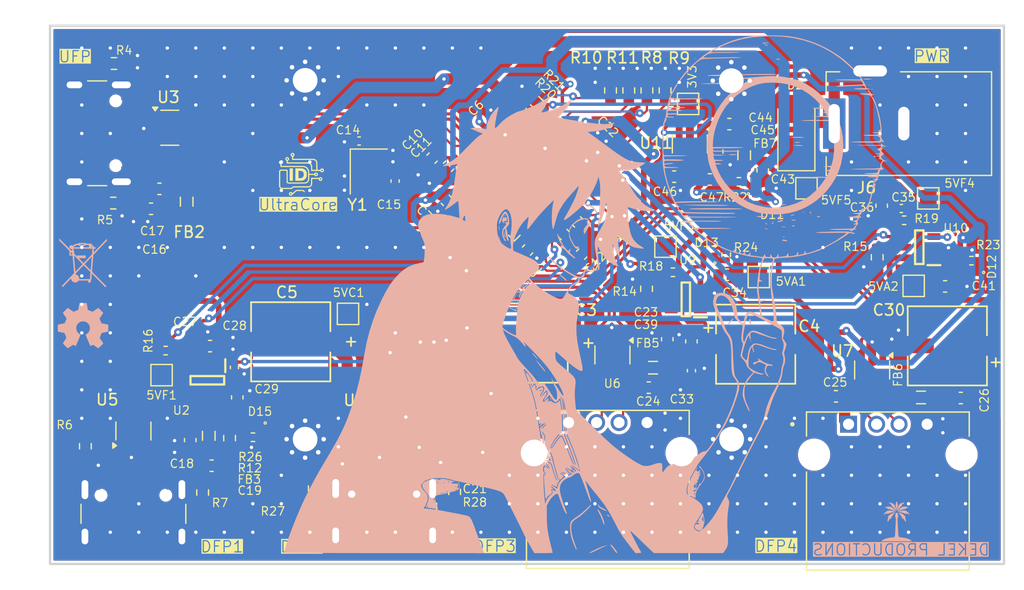
<source format=kicad_pcb>
(kicad_pcb (version 20241229) (generator "pcbnew") (generator_version "9.0")
  (layers (0 "F.Cu" signal) (4 "In1.Cu" signal) (6 "In2.Cu" signal) (2 "B.Cu" signal) (13 "F.Paste" user) (15 "B.Paste" user) (5 "F.SilkS" user "F.Silkscreen") (7 "B.SilkS" user "B.Silkscreen") (1 "F.Mask" user) (3 "B.Mask" user) (25 "Edge.Cuts" user))
  (net 0 "")
  (net 1 "+3.3V")
  (net 2 "GND")
  (net 3 "5V_USBC2_PORT")
  (net 4 "5V_USBA1_PORT")
  (net 5 "5V_USBC1_PORT")
  (net 6 "/PLLFLIT")
  (net 7 "/CRFILT")
  (net 8 "/XTALOUT")
  (net 9 "/XTALIN")
  (net 10 "+5V")
  (net 11 "5V_USBA2_PORT")
  (net 12 "5V_FILT")
  (net 13 "Net-(U11-BP)")
  (net 14 "USBC2_FILT")
  (net 15 "/LEDC1")
  (net 16 "/USBCM_D-")
  (net 18 "VBUS")
  (net 19 "/USBCM_D+")
  (net 21 "USBC1_FILT")
  (net 22 "/USBC1_D-")
  (net 23 "/USBC1_D+")
  (net 27 "/USBC2_D+")
  (net 29 "/USBC2_D-")
  (net 30 "/USBA2_D+")
  (net 31 "USBA2_FILT")
  (net 32 "/USBA2_D-")
  (net 33 "/USBA1_D-")
  (net 34 "/USBA1_D+")
  (net 35 "USBA1_FILT")
  (net 36 "/RBIAS")
  (net 37 "/SCL{slash}CFG_SEL0")
  (net 38 "/SDA{slash}NON_REM1")
  (net 39 "/SUSP_IND{slash}LOCAL_PWR")
  (net 40 "/HS_IND{slash}CFG_SEL1")
  (net 41 "/ILIM1")
  (net 42 "/ILIM2")
  (net 43 "/ILIM3")
  (net 44 "/ILIM4")
  (net 45 "/OSC_N1")
  (net 46 "/OSC_N2")
  (net 47 "/OSC_N3")
  (net 48 "/OSC_N4")
  (net 49 "/VBUS_DET")
  (net 50 "/PRTPWR2")
  (net 51 "/PRTPWR4")
  (net 52 "/PRTPWR3")
  (net 53 "/PRTPWR1")
  (net 54 "/UCMCC2")
  (net 55 "/UCMCC1")
  (net 56 "/USB1CC1")
  (net 57 "/USB1CC2")
  (net 58 "/USB2CC1")
  (net 59 "/USB2CC2")
  (net 60 "/LEDPWR")
  (net 61 "/LEDA1")
  (net 62 "/LEDC2")
  (net 63 "/LEDA2")
  (footprint "Resistor_SMD:R_0402_1005Metric" (layer "F.Cu") (at 220.3 74.05 180)
    (property "Reference" "R19")
    (property "Value" "10k")
  )
  (footprint "Resistor_SMD:R_0603_1608Metric" (layer "F.Cu") (at 199 62.475 90)
    (property "Reference" "R9")
    (property "Value" "100k")
  )
  (footprint "Resistor_SMD:R_0603_1608Metric" (layer "F.Cu") (at 160.2 93.475 -90)
    (property "Reference" "R12")
    (property "Value" "20k")
  )
  (footprint "Inductor_SMD:L_0805_2012Metric" (layer "F.Cu") (at 206.05 68.25 90)
    (property "Reference" "FB7")
    (property "Value" "120R")
  )
  (footprint "Capacitor_SMD:C_0603_1608Metric" (layer "F.Cu") (at 158.5976 95.938799 180)
    (property "Reference" "C19")
    (property "Value" "2u2")
  )
  (footprint "Connector_USB:USB_C_Receptacle_GCT_USB4105-xx-A_16P_TopMnt_Horizontal" (layer "F.Cu") (at 173.97 101.075)
    (property "Reference" "J3" (hide yes))
    (property "Value" "USB_C_Receptacle_USB2.0_16P")
  )
  (footprint "Package_TO_SOT_SMD:SOT-23-5" (layer "F.Cu") (at 201.208 67.238 -90)
    (property "Reference" "U11")
    (property "Value" "SPX3819M5-L-3-3")
  )
  (footprint "Capacitor_SMD:C_0603_1608Metric" (layer "F.Cu") (at 199.1976 84.6558 90)
    (property "Reference" "C23")
    (property "Value" "2u2")
  )
  (footprint "Inductor_SMD:L_0805_2012Metric" (layer "F.Cu") (at 158.3436 93.271799 -90)
    (property "Reference" "FB3")
    (property "Value" "120R")
  )
  (footprint "Capacitor_SMD:C_0603_1608Metric" (layer "F.Cu") (at 191.57 77.07 45)
    (property "Reference" "C12")
    (property "Value" "100n")
  )
  (footprint "Capacitor_SMD:C_0603_1608Metric" (layer "F.Cu") (at 182.2549 90.2674 90)
    (property "Reference" "C37")
    (property "Value" "100n")
  )
  (footprint "Package_TO_SOT_SMD:SOT-23-6" (layer "F.Cu") (at 194.310601 86.0583 -90)
    (property "Reference" "U6")
    (property "Value" "USBLC6-2SC6")
  )
  (footprint "vhubUSBA:OST_USB-A1HSW6" (layer "F.Cu") (at 218.85 94.95)
    (property "Reference" "J4" (hide yes))
    (property "Value" "USB_A")
  )
  (footprint "Capacitor_SMD:C_0603_1608Metric" (layer "F.Cu") (at 153.201 73.0254 180)
    (property "Reference" "C17")
    (property "Value" "2u2")
  )
  (footprint "Resistor_SMD:R_0402_1005Metric" (layer "F.Cu") (at 204.45 77.109999 90)
    (property "Reference" "R24")
    (property "Value" "1k")
  )
  (footprint "Resistor_SMD:R_0603_1608Metric" (layer "F.Cu") (at 197.383554 62.475 90)
    (property "Reference" "R8")
    (property "Value" "100k")
  )
  (footprint "Capacitor_SMD:C_0603_1608Metric" (layer "F.Cu") (at 199.811 70.159 180)
    (property "Reference" "C46")
    (property "Value" "100n")
  )
  (footprint "Resistor_SMD:R_0603_1608Metric" (layer "F.Cu") (at 157.8 98.325 90)
    (property "Reference" "R7")
    (property "Value" "56k")
  )
  (footprint "vhubUSBA:OST_USB-A1HSW6" (layer "F.Cu") (at 193.9 94.8)
    (property "Reference" "J5" (hide yes))
    (property "Value" "USB_A")
  )
  (footprint "Capacitor_SMD:C_0603_1608Metric" (layer "F.Cu") (at 180.3499 85.8224 180)
    (property "Reference" "C32")
    (property "Value" "100n")
  )
  (footprint "Capacitor_SMD:C_0603_1608Metric" (layer "F.Cu") (at 190.26 67.63 -45)
    (property "Reference" "C9")
    (property "Value" "100n")
  )
  (footprint "Capacitor_SMD:C_0603_1608Metric" (layer "F.Cu") (at 181.81 77.62 -45)
    (property "Reference" "C1")
    (property "Value" "100n")
  )
  (footprint "Capacitor_SMD:C_0603_1608Metric" (layer "F.Cu") (at 178.24 68.51 -135)
    (property "Reference" "C10")
    (property "Value" "100n")
  )
  (footprint "Resistor_SMD:R_0402_1005Metric" (layer "F.Cu") (at 226.3 77.65 180)
    (property "Reference" "R23")
    (property "Value" "1k")
  )
  (footprint "Capacitor_SMD:C_0603_1608Metric" (layer "F.Cu") (at 179.51 72.28 -45)
    (property "Reference" "C7")
    (property "Value" "100n")
  )
  (footprint "logoid:logoidreal" (layer "F.Cu") (at 166.417341 69.899768)
    (property "Reference" "G***" (hide yes))
    (property "Value" "LOGO" (hide yes))
  )
  (footprint "vhubAB2553:SOT95P285X140-6N" (layer "F.Cu") (at 179.7149 88.8404 -90)
    (property "Reference" "U8")
    (property "Value" "AP2553W6-7" (hide yes))
  )
  (footprint "TestPoint:TestPoint_Pad_1.5x1.5mm" (layer "F.Cu") (at 211.6 71.2)
    (property "Reference" "5VF5")
    (property "Value" "TestPoint")
  )
  (footprint "Inductor_SMD:L_0805_2012Metric" (layer "F.Cu") (at 197.9276 87.1958)
    (property "Reference" "FB5")
    (property "Value" "120R")
  )
  (footprint "vcap32:PCAP_SVP_C6_PAN" (layer "F.Cu") (at 186.8 85 180)
    (property "Reference" "C3")
    (property "Value" "120u")
  )
  (footprint "Resistor_SMD:R_0603_1608Metric" (layer "F.Cu") (at 195.767108 62.475 90)
    (property "Reference" "R11")
    (property "Value" "100k")
  )
  (footprint "Package_TO_SOT_SMD:SOT-23-6" (layer "F.Cu") (at 151.63 92.8425 90)
    (property "Reference" "U5")
    (property "Value" "USBLC6-2SC6")
  )
  (footprint "Connector_BarrelJack:BarrelJack_Kycon_KLDX-0202-xC_Horizontal" (layer "F.Cu") (at 214.0712 65.4304 180)
    (property "Reference" "J6")
    (property "Value" "Barrel_Jack_Switch")
  )
  (footprint "Resistor_SMD:R_0402_1005Metric" (layer "F.Cu") (at 180.7624 70.3535 -135)
    (property "Reference" "R1")
    (property "Value" "12k")
  )
  (footprint "Capacitor_SMD:C_0603_1608Metric" (layer "F.Cu") (at 207.7 69.6 -90)
    (property "Reference" "C43")
    (property "Value" "2u2")
  )
  (footprint "Capacitor_SMD:C_0402_1005Metric" (layer "F.Cu") (at 220.05 73 180)
    (property "Reference" "C35")
    (property "Value" "10u")
  )
  (footprint "Resistor_SMD:R_0603_1608Metric" (layer "F.Cu") (at 197.35 80.16 90)
    (property "Reference" "R14")
    (property "Value" "20k")
  )
  (footprint "LED_SMD:LED_0402_1005Metric" (layer "F.Cu") (at 202.9 77.25 180)
    (property "Reference" "D13")
    (property "Value" "LED")
  )
  (footprint "LED_SMD:LED_0402_1005Metric" (layer "F.Cu") (at 207.517499 71.7)
    (property "Reference" "D11")
    (property "Value" "LED")
  )
  (footprint "Resistor_SMD:R_0603_1608Metric" (layer "F.Cu") (at 181.6199 93.4424 -90)
    (property "Reference" "R13")
    (property "Value" "20k")
  )
  (footprint "Resistor_SMD:R_0402_1005Metric" (layer "F.Cu") (at 183.6519 92.6804 180)
    (property "Reference" "R25")
    (property "Value" "1k")
  )
  (footprint "Package_DFN_QFN:QFN-36-1EP_6x6mm_P0.5mm_EP3.7x3.7mm" (layer "F.Cu") (at 185.5724 71.501 45)
    (property "Reference" "U1")
    (property "Value" "USB2514B_Bi")
  )
  (footprint "Inductor_SMD:L_0805_2012Metric" (layer "F.Cu") (at 179.9689 93.1884 -90)
    (property "Reference" "FB4")
    (property "Value" "120R")
  )
  (footprint "MountingHole:MountingHole_2.2mm_M2_Pad_Via" (layer "F.Cu") (at 166.930474 93.571274)
    (property "Reference" "H2" (hide yes))
    (property "Value" "MountingHole_Pad")
  )
  (footprint "LED_SMD:LED_0402_1005Metric" (layer "F.Cu") (at 183.669899 93.6964 180)
    (property "Reference" "D14")
    (property "Value" "LED")
  )
  (footprint "Capacitor_SMD:C_0402_1005Metric" (layer "F.Cu") (at 171.74 66.98 180)
    (property "Reference" "C14")
    (property "Value" "18p")
  )
  (footprint "Capacitor_SMD:C_0603_1608Metric" (layer "F.Cu") (at 190.0024 75.3235 -45)
    (property "Reference" "C13")
    (property "Value" "100n")
  )
  (footprint "Capacitor_SMD:C_0603_1608Metric" (layer "F.Cu") (at 158.4576 85.270799 180)
    (property "Reference" "C27")
    (property "Value" "100n")
  )
  (footprint "Package_TO_SOT_SMD:SOT-23-6" (layer "F.Cu") (at 154.8693 65.801201)
    (property "Reference" "U3")
    (property "Value" "USBLC6-2SC6")
  )
  (footprint "TestPoint:TestPoint_Pad_1.5x1.5mm" (layer "F.Cu") (at 154.14 87.86 180)
    (property "Reference" "5VF1")
    (property "Value" "TestPoint")
  )
  (footprint "Resistor_SMD:R_0402_1005Metric" (layer "F.Cu") (at 154.5 85.67)
    (property "Reference" "R16")
    (property "Value" "10k")
  )
  (footprint "LED_SMD:LED_0402_1005Metric" (layer "F.Cu") (at 226.3 78.7 180)
    (property "Reference" "D12")
    (property "Value" "LED")
  )
  (footprint "Connector_USB:USB_C_Receptacle_GCT_USB4105-xx-A_16P_TopMnt_Horizontal" (layer "F.Cu") (at 147.45 66.2944 -90)
    (property "Reference" "J1" (hide yes))
    (property "Value" "USB_C_Receptacle_USB2.0_16P")
  )
  (footprint "vcap32:PCAP_SVP_C6_PAN" (layer "F.Cu") (at 165.6461 84.8868 180)
    (property "Reference" "C5")
    (property "Value" "120u")
  )
  (footprint "Capacitor_SMD:C_0603_1608Metric" (layer "F.Cu") (at 153.95 71.25 180)
    (property "Reference" "C16")
    (property "Value" "2u2")
  )
  (footprint "Inductor_SMD:L_0805_2012Metric" (layer "F.Cu") (at 156.376 72.3904 -90)
    (property "Reference" "FB2")
    (property "Value" "120R")
  )
  (footprint "TestPoint:TestPoint_Pad_1.5x1.5mm" (layer "F.Cu") (at 199.0344 76.4032)
    (property "Reference" "5VF3")
    (property "Value" "TestPoint")
  )
  (footprint "Capacitor_SMD:C_0603_1608Metric" (layer "F.Cu") (at 203.65 67.917 -90)
    (property "Reference" "C44")
    (property "Value" "2u2")
  )
  (footprint "vcap32:PCAP_SVP_C6_PAN" (layer "F.Cu") (at 224.15 85.25 180)
    (property "Reference" "C30")
    (property "Value" "120u")
  )
  (footprint "Resistor_SMD:R_0402_1005Metric" (layer "F.Cu") (at 199.7056 78.6868 180)
    (property "Reference" "R18")
    (property "Value" "10k")
  )
  (footprint "Capacitor_SMD:C_0603_1608Metric" (layer "F.Cu") (at 202.986 70.413)
    (property "Reference" "C47")
    (property "Value" "2u2")
  )
  (footprint "Package_TO_SOT_SMD:SOT-23-6" (layer "F.Cu") (at 173.35 92.9 90)
    (property "Reference" "U4")
    (property "Value" "USBLC6-2SC6")
  )
  (footprint "Capacitor_SMD:C_0603_1608Metric" (layer "F.Cu") (at 218.3 72.75 -90)
    (property "Reference" "C36")
    (property "Value" "100n")
  )
  (footprint "Resistor_SMD:R_0402_1005Metric" (layer "F.Cu") (at 205.575 70.625 180)
    (property "Reference" "R22")
    (property "Value" "1k")
  )
  (footprint "Capacitor_SMD:C_0603_1608Metric" (layer "F.Cu") (at 204.525 78.9)
    (property "Reference" "C34")
    (property "Value" "100n")
  )
  (footprint "Resistor_SMD:R_0603_1608Metric" (layer "F.Cu") (at 187.5524 63.5535 135)
    (property "Reference" "R21")
    (property "Value" "100k")
  )
  (footprint "Diode_SMD:D_SMA" (layer "F.Cu") (at 210.7 66.125 90)
    (property "Reference" "D2")
    (property "Value" "D_TVS")
  )
  (footprint "vhubAB2553:SOT95P285X140-6N" (layer "F.Cu") (at 200.8486 81.0998 180)
    (property "Reference" "U9")
    (property "Value" "AP2553W6-7" (hide yes))
  )
  (footprint "Crystal:Crystal_SMD_Abracon_ABM8G-4Pin_3.2x2.5mm" (layer "F.Cu") (at 172.6 69.6976 -90)
    (property "Reference" "Y1")
    (property "Value" "Crystal_GND24")
  )
  (footprint "Resistor_SMD:R_0603_1608Metric" (layer "F.Cu") (at 149.835 72.5174)
    (property "Reference" "R5")
    (property "Value" "5k1")
  )
  (footprint "TestPoint:TestPoint_Pad_1.5x1.5mm" (layer "F.Cu") (at 170.75 82.3976 180)
    (property "Reference" "5VC1")
    (property "Value" "TestPoint")
  )
  (footprint "Capacitor_SMD:C_0603_1608Metric" (layer "F.Cu") (at 204.725 65.475)
    (property "Reference" "C45")
    (property "Value" "2u2")
  )
  (footprint "LED_SMD:LED_0402_1005Metric" (layer "F.Cu") (at 162.2806 92.128799 180)
    (property "Reference" "D15")
    (property "Value" "LED")
  )
  (footprint "Capacitor_SMD:C_0402_1005Metric" (layer "F.Cu") (at 160.6296 87.175799 -90)
    (property "Reference" "C28")
    (property "Value" "10u")
  )
  (footprint "Capacitor_SMD:C_0603_1608Metric" (layer "F.Cu") (at 197.5466 88.9738 180)
    (property "Reference" "C24")
    (property "Value" "2u2")
  )
  (footprint "vhubAB2553:SOT95P285X140-6N" (layer "F.Cu") (at 221.65 76.45 180)
    (property "Reference" "U10")
    (property "Value" "AP2553W6-7" (hide yes))
  )
  (footprint "Resistor_SMD:R_0603_1608Metric" (layer "F.Cu") (at 217.9 77.35 -90)
    (property "Reference" "R15")
    (property "Value" "20k")
  )
  (footprint "Capacitor_SMD:C_0402_1005Metric" (layer "F.Cu") (at 174.945806 70.553199 90)
    (property "Reference" "C15")
    (property "Value" "18p")
  )
  (footprint "Capacitor_SMD:C_0603_1608Metric" (layer "F.Cu") (at 191.4344 66.4177 -45)
    (property "Reference" "C22")
    (property "Value" "2u2")
  )
  (footprint "Resistor_SMD:R_0603_1608Metric" (layer "F.Cu") (at 194.141508 62.475 90)
    (property "Reference" "R10")
    (property "Value" "100k")
  )
  (footprint "Resistor_SMD:R_0402_1005Metric" (layer "F.Cu") (at 176.48 86.33)
    (property "Reference" "R17")
    (property "Value" "10k")
  )
  (footprint "TestPoint:TestPoint_Pad_1.5x1.5mm" (layer "F.Cu") (at 222.45 72.1)
    (property "Reference" "5VF4")
    (property "Value" "TestPoint")
  )
  (footprint "Capacitor_SMD:C_0603_1608Metric" (layer "F.Cu") (at 186.75 76.7 45)
    (property "Reference" "C2")
    (property "Value" "100n")
  )
  (footprint "Capacitor_SMD:C_0603_1608Metric" (layer "F.Cu") (at 225.35 89.9)
    (property "Reference" "C26")
    (property "Value" "2u2")
  )
  (footprint "Resistor_SMD:R_0603_1608Metric" (layer "F.Cu") (at 167.75 97.975 90)
    (property "Reference" "R27")
    (property "Value" "56k")
  )
  (footprint "Capacitor_SMD:C_0603_1608Metric" (layer "F.Cu") (at 179.71 69.23 -135)
    (property "Reference" "C11")
    (property "Value" "100n")
  )
  (footprint "Inductor_SMD:L_0805_2012Metric" (layer "F.Cu") (at 221.8 89.85)
    (property "Reference" "FB6")
    (property "Value" "120R")
  )
  (footprint "Resistor_SMD:R_0603_1608Metric" (layer "F.Cu") (at 186.403021 64.612721 -45)
    (property "Reference" "R20")
    (property "Value" "100k")
  )
  (footprint "Capacitor_SMD:C_0603_1608Metric" (layer "F.Cu") (at 191.201992 74.201992 -45)
    (property "Reference" "C8")
    (property "Value" "100n")
  )
  (footprint "Resistor_SMD:R_0402_1005Metric" (layer "F.Cu") (at 162.2806 93.398799 180)
    (property "Reference" "R26")
    (property "Value" "1k")
  )
  (footprint "TestPoint:TestPoint_Pad_1.5x1.5mm" (layer "F.Cu") (at 221.15 79.9)
    (property "Reference" "5VA2")
    (property "Value" "TestPoint")
  )
  (footprint "Capacitor_SMD:C_0603_1608Metric" (layer "F.Cu") (at 178.3179 93.4424 -90)
    (property "Reference" "C20")
    (property "Value" "2u2")
  )
  (footprint "Capacitor_SMD:C_0603_1608Metric" (layer "F.Cu") (at 181.1274 95.7966 180)
    (property "Reference" "C21")
    (property "Value" "2u2")
  )
  (footprint "TestPoint:TestPoint_Pad_1.5x1.5mm" (layer "F.Cu") (at 181.38 81.7)
    (property "Reference" "5VC2")
    (property "Value" "TestPoint")
  )
  (footprint "Resistor_SMD:R_0603_1608Metric" (layer "F.Cu") (at 149.899 60.0714)
    (property "Reference" "R4")
    (property "Value" "5k1")
  )
  (footprint "TestPoint:TestPoint_Pad_1.5x1.5mm" (layer "F.Cu") (at 201.05 63.675)
    (property "Reference" "TP2" (hide yes))
    (property "Value" "TestPoint")
  )
  (footprint "Resistor_SMD:R_0603_1608Metric" (layer "F.Cu") (at 147.35 94.2 90)
    (property "Reference" "R6")
    (property "Value" "56k")
  )
  (footprint "MountingHole:MountingHole_2.2mm_M2_Pad_Via" (layer "F.Cu") (at 204.9 61.6)
    (property "Reference" "H3" (hide yes))
    (property "Value" "MountingHole_Pad")
  )
  (footprint "Capacitor_SMD:C_0603_1608Metric" (layer "F.Cu") (at 183.83 65.6 45)
    (property "Reference" "C6")
    (property "Value" "100n")
  )
  (footprint "MountingHole:MountingHole_2.2mm_M2_Pad_Via" (layer "F.Cu") (at 204.930474 93.571274)
    (property "Reference" "H4" (hide yes))
    (property "Value" "MountingHole_Pad")
  )
  (footprint "Capacitor_SMD:C_0603_1608Metric" (layer "F.Cu") (at 201.35 84.85 90)
    (property "Reference" "C39")
    (property "Value" "100n")
  )
  (footprint "Resistor_SMD:R_0603_1608Metric" (layer "F.Cu") (at 180.25 98.275 90)
    (property "Reference" "R28")
    (property "Value" "56k")
  )
  (footprint "Capacitor_SMD:C_0603_1608Metric" (layer "F.Cu") (at 223.95 79.95)
    (property "Reference" "C41")
    (property "Value" "100n")
  )
  (footprint "Capacitor_SMD:C_0402_1005Metric" (layer "F.Cu") (at 182.2549 87.7274 -90)
    (property "Reference" "C31")
    (property "Value" "10u")
  )
  (footprint "vhubAB2553:SOT95P285X140-6N" (layer "F.Cu") (at 158.2166 88.318799 -90)
    (property "Reference" "U2")
    (property "Value" "AP2553W6-7" (hide yes))
  )
  (footprint "Capacitor_SMD:C_0603_1608Metric" (layer "F.Cu") (at 214.225 89.75 180)
    (property "Reference" "C25")
    (property "Value" "2u2")
  )
  (footprint "Connector_USB:USB_C_Receptacle_GCT_USB4105-xx-A_16P_TopMnt_Horizontal" (layer "F.Cu") (at 151.63 101.175)
    (property "Reference" "J2" (hide yes))
    (property "Value" "USB_C_Receptacle_USB2.0_16P")
  )
  (footprint "TestPoint:TestPoint_Pad_1.5x1.5mm" (layer "F.Cu") (at 175.83 88.57)
    (property "Reference" "5VF2")
    (property "Value" "TestPoint")
  )
  (footprint "MountingHole:MountingHole_2.2mm_M2_Pad_Via" (layer "F.Cu") (at 166.930474 61.571274)
    (property "Reference" "H1" (hide yes))
    (property "Value" "MountingHole_Pad")
  )
  (footprint "Package_TO_SOT_SMD:SOT-23-6" (layer "F.Cu") (at 217.45 87.4 -90)
    (property "Reference" "U7")
    (property "Value" "USBLC6-2SC6")
  )
  (footprint "Capacitor_SMD:C_0402_1005Metric" (layer "F.Cu") (at 201.35 87.46 90)
    (property "Reference" "C33")
    (property "Value" "10u")
  )
  (footprint "vcap32:PCAP_SVP_C6_PAN" (layer "F.Cu") (at 207.0723 85.1)
    (property "Reference" "C4")
    (property "Value" "120u")
  )
  (footprint "TestPoint:TestPoint_Pad_1.5x1.5mm" (layer "F.Cu") (at 207.35 79.11 180)
    (property "Reference" "5VA1")
    (property "Value" "TestPoint")
  )
  (footprint "Capacitor_SMD:C_0603_1608Metric" (layer "F.Cu") (at 160.8836 89.842799 90)
    (property "Reference" "C29")
    (property "Value" "100n")
  )
  (footprint "Capacitor_SMD:C_0603_1608Metric" (layer "F.Cu") (at 156.6926 93.652799 -90)
    (property "Reference" "C18")
    (property "Value" "2u2")
  )
  (footprint "logos:luffylogorealllll" (layer "B.Cu") (at 193.637253 80.380991 180)
    (property "Reference" "G***" (hide yes))
    (property "Value" "LOGO" (hide yes))
  )
  (footprint "Symbol:OSHW-Logo_5.7x6mm_SilkScreen" (layer "B.Cu") (at 147.15 84.452797 180)
    (property "Reference" "logo1" (hide yes))
    (property "Value" "OSHW-Logo_5.7x6mm_SilkScreen" (hide yes))
  )
  (footprint "logos:logobga3" (layer "B.Cu") (at 219.642187 101.002122 180)
    (property "Reference" "G***" (hide yes))
    (property "Value" "LOGO" (hide yes))
  )
  (footprint "Symbol:WEEE-Logo_4.2x6mm_SilkScreen" (layer "B.Cu") (at 147.15 78.7 180)
    (property "Reference" "logo2" (hide yes))
    (property "Value" "WEEE-Logo_4.2x6mm_SilkScreen" (hide yes))
  )
  (gr_rect (start 144.2 56.7) (end 229.2 104.7) (stroke (width 0.2)) (fill no) (layer "Edge.Cuts"))
  (gr_text "DFP3\n" (at 181.85 103.7 0) (layer "F.SilkS" knockout) (effects (font (size 1 1) (thickness 0.1)) (justify left bottom)))
  (gr_text "UFP" (at 144.9 60.05 0) (layer "F.SilkS" knockout) (effects (font (size 1 1) (thickness 0.1)) (justify left bottom)))
  (gr_text "UltraCore" (at 162.7 73.25 0) (layer "F.SilkS" knockout) (effects (font (size 1 1) (thickness 0.1)) (justify left bottom)))
  (gr_text "DFP1\n" (at 157.55 103.75 0) (layer "F.SilkS" knockout) (effects (font (size 1 1) (thickness 0.1)) (justify left bottom)))
  (gr_text "PWR\n" (at 221.1 60 0) (layer "F.SilkS" knockout) (effects (font (size 1 1) (thickness 0.1)) (justify left bottom)))
  (gr_text "DFP4\n" (at 206.9 103.7 0) (layer "F.SilkS" knockout) (effects (font (size 1 1) (thickness 0.1)) (justify left bottom)))
  (gr_text "DFP2\n" (at 164.65 103.75 0) (layer "F.SilkS" knockout) (effects (font (size 1 1) (thickness 0.1)) (justify left bottom)))
  (gr_text "3V3\n" (at 201.85 62.35 90) (layer "F.SilkS") (effects (font (size 0.75 0.75) (thickness 0.1)) (justify left bottom)))
  (gr_text "DEKEL PRODUCTIONS" (at 227.975 104.025 -0) (layer "B.SilkS" knockout) (effects (font (size 1 1) (thickness 0.1)) (justify left bottom mirror)))
  (segment (start 183.495274 73.654726) (end 182.61 74.54) (width 0.2) (layer "F.Cu") (net 1))
  (segment (start 197.652 67.802) (end 197.975 68.125) (width 0.3) (layer "F.Cu") (net 1))
  (segment (start 180.978008 77.071992) (end 181.261992 77.071992) (width 0.5) (layer "F.Cu") (net 1))
  (segment (start 179.519884 71.49) (end 180.2 71.49) (width 0.5) (layer "F.Cu") (net 1))
  (segment (start 181.21 71.15) (end 180.87 71.49) (width 0.2) (layer "F.Cu") (net 1))
  (segment (start 189.85 63) (end 189.85 62.8) (width 0.3) (layer "F.Cu") (net 1))
  (segment (start 189.85 62.6) (end 190.55 61.9) (width 0.3) (layer "F.Cu") (net 1))
  (segment (start 202.0228 67.238) (end 197.652 67.238) (width 0.3) (layer "F.Cu") (net 1))
  (segment (start 181.78 70.54) (end 181.57 70.54) (width 0.2) (layer "F.Cu") (net 1))
  (segment (start 191.280308 65.869692) (end 191.9 65.25) (width 0.5) (layer "F.Cu") (net 1))
  (segment (start 208.15 71.7) (end 208.002499 71.7) (width 0.5) (layer "F.Cu") (net 1))
  (segment (start 188.18 68.9) (end 188.44 68.9) (width 0.3) (layer "F.Cu") (net 1))
  (segment (start 188.05 78.15) (end 188.45 78.55) (width 0.2) (layer "F.Cu") (net 1))
  (segment (start 179.85 77.375) (end 180.125 77.1) (width 0.5) (layer "F.Cu") (net 1))
  (segment (start 189.15 73.65) (end 188.428507 73.65) (width 0.2) (layer "F.Cu") (net 1))
  (segment (start 189.711992 67.044092) (end 190.886392 65.869692) (width 0.5) (layer "F.Cu") (net 1))
  (segment (start 186.62 75.39) (end 186.62 75.455) (width 0.2) (layer "F.Cu") (net 1))
  (segment (start 178.168008 71.731992) (end 178.961992 71.731992) (width 0.5) (layer "F.Cu") (net 1))
  (segment (start 197.1 69) (end 197.975 68.125) (width 0.5) (layer "F.Cu") (net 1))
  (segment (start 186.588866 68.363214) (end 186.588866 68.411134) (width 0.2) (layer "F.Cu") (net 1))
  (segment (start 189.711992 67.081992) (end 189.711992 67.562108) (width 0.5) (layer "F.Cu") (net 1))
  (segment (start 182.28 74.87) (end 182.28 75.06) (width 0.2) (layer "F.Cu") (net 1))
  (segment (start 187 67.95) (end 187 67.2) (width 0.2) (layer "F.Cu") (net 1))
  (segment (start 201.8 71.55) (end 201.8 71.3) (width 0.5) (layer "F.Cu") (net 1))
  (segment (start 184.114392 66.980408) (end 184.114392 67.174392) (width 0.5) (layer "F.Cu") (net 1))
  (segment (start 186.05 76.25) (end 186.05 77.096016) (width 0.5) (layer "F.Cu") (net 1))
  (segment (start 197.1 73.225) (end 197.1 69) (width 0.5) (layer "F.Cu") (net 1))
  (segment (start 179.18 71.75) (end 179.259884 71.75) (width 0.5) (layer "F.Cu") (net 1))
  (segment (start 181.94 76.393984) (end 181.94 75.78) (width 0.5) (layer "F.Cu") (net 1))
  (segment (start 194.15 76.85) (end 194.15 76.45) (width 0.2) (layer "F.Cu") (net 1))
  (segment (start 182.078087 70.838087) (end 181.78 70.54) (width 0.2) (layer "F.Cu") (net 1))
  (segment (start 189.3735 67.9265) (end 189.711992 67.588008) (width 0.5) (layer "F.Cu") (net 1))
  (segment (start 188.428507 73.65) (end 188.00308 73.224573) (width 0.2) (layer "F.Cu") (net 1))
  (segment (start 189.41 73.66) (end 189.6 73.66) (width 0.3) (layer "F.Cu") (net 1))
  (segment (start 186.201992 77.248008) (end 187.103984 78.15) (width 0.2) (layer "F.Cu") (net 1))
  (segment (start 186.235313 74.99234) (end 186.235313 75.005313) (width 0.2) (layer "F.Cu") (net 1))
  (segment (start 188.45 78.55) (end 192.45 78.55) (width 0.2) (layer "F.Cu") (net 1))
  (segment (start 187 67.05) (end 189.85 64.2) (width 0.3) (layer "F.Cu") (net 1))
  (segment (start 181.94 75.78) (end 182.16 75.56) (width 0.5) (layer "F.Cu") (net 1))
  (segment (start 192.45 74.2) (end 192.4329 74.2) (width 0.2) (layer "F.Cu") (net 1))
  (segment (start 180.4 71.5) (end 180.38 71.48) (width 0.3) (layer "F.Cu") (net 1))
  (segment (start 186.588866 68.363214) (end 186.588866 68.361134) (width 0.2) (layer "F.Cu") (net 1))
  (segment (start 202.125 70.499) (end 202.211 70.413) (width 0.5) (layer "F.Cu") (net 1))
  (segment (start 184.543214 68.363214) (end 184.15 67.97) (width 0.2) (layer "F.Cu") (net 1))
  (segment (start 186.62 75.455) (end 186.2 75.875) (width 0.2) (layer "F.Cu") (net 1))
  (segment (start 186.9 68.05) (end 187 67.95) (width 0.2) (layer "F.Cu") (net 1))
  (segment (start 194.175 76.15) (end 195.025 75.3) (width 0.3) (layer "F.Cu") (net 1))
  (segment (start 192.45 78.55) (end 194.15 76.85) (width 0.2) (layer "F.Cu") (net 1))
  (segment (start 180.125 77.1) (end 180.95 77.1) (width 0.5) (layer "F.Cu") (net 1))
  (segment (start 189.41 73.66) (end 189.26 73.66) (width 0.3) (layer "F.Cu") (net 1))
  (segment (start 180.21 71.48) (end 180.2 71.49) (width 0.3) (layer "F.Cu") (net 1))
  (segment (start 182.61 74.54) (end 182.28 74.87) (width 0.2) (layer "F.Cu") (net 1))
  (segment (start 179.259884 71.75) (end 179.519884 71.49) (width 0.5) (layer "F.Cu") (net 1))
  (segment (start 189.711992 67.081992) (end 189.711992 67.588008) (width 0.5) (layer "F.Cu") (net 1))
  (segment (start 189.711992 67.081992) (end 189.711992 67.044092) (width 0.5) (layer "F.Cu") (net 1))
  (segment (start 189.3735 67.9665) (end 189.3735 67.9265) (width 0.5) (layer "F.Cu") (net 1))
  (segment (start 201.8 71.3) (end 202.125 70.975) (width 0.5) (layer "F.Cu") (net 1))
  (segment (start 192.4329 74.2) (end 191.938392 73.705492) (width 0.2) (layer "F.Cu") (net 1))
  (segment (start 202.157999 68.3755) (end 202.157999 70.359999) (width 0.5) (layer "F.Cu") (net 1))
  (segment (start 184.13 67.81) (end 184.13 67.63) (width 0.3) (layer "F.Cu") (net 1))
  (segment (start 184.114392 67.174392) (end 184.14 67.2) (width 0.5) (layer "F.Cu") (net 1))
  (segment (start 194.175 76.425) (end 194.175 76.15) (width 0.3) (layer "F.Cu") (net 1))
  (segment (start 187.649526 69.423874) (end 187.656126 69.423874) (width 0.2) (layer "F.Cu") (net 1))
  (segment (start 183.281992 66.148008) (end 184.114392 66.980408) (width 0.5) (layer "F.Cu") (net 1))
  (segment (start 181.21 70.9) (end 181.21 71.15) (width 0.2) (layer "F.Cu") (net 1))
  (segment (start 202.125 70.975) (end 202.125 70.499) (width 0.5) (layer "F.Cu") (net 1))
  (segment (start 184.15 67.97) (end 184.13 67.95) (width 0.2) (layer "F.Cu") (net 1))
  (segment (start 186.05 77.096016) (end 186.201992 77.248008) (width 0.5) (layer "F.Cu") (net 1))
  (segment (start 189.85 62.8) (end 189.85 62.6) (width 0.3) (layer "F.Cu") (net 1))
  (segment (start 181.57 70.54) (end 181.46 70.65) (width 0.2) (layer "F.Cu") (net 1))
  (segment (start 183.495274 73.578126) (end 183.495274 73.654726) (width 0.2) (layer "F.Cu") (net 1))
  (segment (start 180.51 71.49) (end 180.5 71.5) (width 0.3) (layer "F.Cu") (net 1))
  (segment (start 191.938392 73.705492) (end 190.534392 73.705492) (width 0.2) (layer "F.Cu") (net 1))
  (segment (start 181.46 70.65) (end 181.21 70.9) (width 0.2) (layer "F.Cu") (net 1))
  (segment (start 186.05 76.025) (end 186.05 76.25) (width 0.3) (layer "F.Cu") (net 1))
  (segment (start 182.28 75.44) (end 182.16 75.56) (width 0.3) (layer "F.Cu") (net 1))
  (segment (start 195.025 75.3) (end 197.1 73.225) (width 0.5) (layer "F.Cu") (net 1))
  (segment (start 186.235313 75.005313) (end 186.62 75.39) (width 0.2) (layer "F.Cu") (net 1))
  (segment (start 181.261992 77.071992) (end 181.94 76.393984) (width 0.5) (layer "F.Cu") (net 1))
  (segment (start 189.85 64.2) (end 189.85 63) (width 0.3) (layer "F.Cu") (net 1))
  (segment (start 188.44 68.9) (end 188.79 68.55) (width 0.3) (layer "F.Cu") (net 1))
  (segment (start 187.656126 69.423874) (end 188.18 68.9) (width 0.2) (layer "F.Cu") (net 1))
  (segment (start 183.281992 66.081992) (end 182.45 65.25) (width 0.5) (layer "F.Cu") (net 1))
  (segment (start 190.534392 73.705492) (end 189.815492 73.705492) (width 0.5) (layer "F.Cu") (net 1))
  (segment (start 186.588866 68.361134) (end 186.9 68.05) (width 0.2) (layer "F.Cu") (net 1))
  (segment (start 187.103984 78.15) (end 188.05 78.15) (width 0.2) (layer "F.Cu") (net 1))
  (segment (start 197.652 67.238) (end 197.652 66.223) (width 0.3) (layer "F.Cu") (net 1))
  (segment (start 189.815492 73.705492) (end 189.81 73.7) (width 0.5) (layer "F.Cu") (net 1))
  (segment (start 183.281992 66.148008) (end 183.281992 66.081992) (width 0.5) (layer "F.Cu") (net 1))
  (segment (start 177.65 72.25) (end 178.168008 71.731992) (width 0.5) (layer "F.Cu") (net 1))
  (segment (start 197.652 67.238) (end 197.652 67.802) (width 0.3) (layer "F.Cu") (net 1))
  (segment (start 180.38 71.48) (end 180.21 71.48) (width 0.3) (layer "F.Cu") (net 1))
  (segment (start 184.13 67.63) (end 184.13 67.4) (width 0.3) (layer "F.Cu") (net 1))
  (segment (start 192.8 74.55) (end 194.275 74.55) (width 0.3) (layer "F.Cu") (net 1))
  (segment (start 189.3735 67.9665) (end 188.91 68.43) (width 0.5) (layer "F.Cu") (net 1))
  (segment (start 184.13 67.95) (end 184.13 67.81) (width 0.2) (layer "F.Cu") (net 1))
  (segment (start 200.2 63.675) (end 201.3 63.675) (width 0.3) (layer "F.Cu") (net 1))
  (segment (start 180.95 77.1) (end 180.978008 77.071992) (width 0.5) (layer "F.Cu") (net 1))
  (segment (start 202.157999 67.373199) (end 202.0228 67.238) (width 0.3) (layer "F.Cu") (net 1))
  (segment (start 180.87 71.49) (end 180.7 71.49) (width 0.2) (layer "F.Cu") (net 1))
  (segment (start 182.28 75.06) (end 182.28 75.44) (width 0.3) (layer "F.Cu") (net 1))
  (segment (start 182.08106 70.838087) (end 182.078087 70.838087) (width 0.2) (layer "F.Cu") (net 1))
  (segment (start 194.275 74.55) (end 195.025 75.3) (width 0.3) (layer "F.Cu") (net 1))
  (segment (start 202.157999 68.3755) (end 202.157999 67.373199) (width 0.3) (layer "F.Cu") (net 1))
  (segment (start 187 67.2) (end 187 67.05) (width 0.2) (layer "F.Cu") (net 1))
  (segment (start 192.8 74.55) (end 192.45 74.2) (width 0.2) (layer "F.Cu") (net 1))
  (segment (start 180.5 71.5) (end 180.4 71.5) (width 0.3) (layer "F.Cu") (net 1))
  (segment (start 180.7 71.49) (end 180.51 71.49) (width 0.3) (layer "F.Cu") (net 1))
  (segment (start 197.652 66.223) (end 200.2 63.675) (width 0.3) (layer "F.Cu") (net 1))
  (segment (start 208.85 72.4) (end 208.15 71.7) (width 0.5) (layer "F.Cu") (net 1))
  (segment (start 190.886392 65.869692) (end 191.280308 65.869692) (width 0.5) (layer "F.Cu") (net 1))
  (segment (start 186.2 75.875) (end 186.05 76.025) (width 0.3) (layer "F.Cu") (net 1))
  (via (at 190.55 61.9) (size 0.6) (drill 0.3) (layers "F.Cu" "B.Cu") (net 1))
  (via (at 179.85 77.375) (size 0.7) (drill 0.3) (layers "F.Cu" "B.Cu") (net 1))
  (via (at 197.975 68.125) (size 0.6) (drill 0.3) (layers "F.Cu" "B.Cu") (net 1))
  (via (at 208.85 72.4) (size 0.6) (drill 0.3) (layers "F.Cu" "B.Cu") (net 1))
  (via (at 182.45 65.25) (size 0.7) (drill 0.3) (layers "F.Cu" "B.Cu") (net 1))
  (via (at 177.65 72.25) (size 0.7) (drill 0.3) (layers "F.Cu" "B.Cu") (net 1))
  (via (at 201.8 71.55) (size 0.6) (drill 0.3) (layers "F.Cu" "B.Cu") (net 1))
  (via (at 191.9 65.25) (size 0.7) (drill 0.3) (layers "F.Cu" "B.Cu") (net 1))
  (segment (start 201.8 71.55) (end 207.15 71.55) (width 0.5) (layer "B.Cu") (net 1))
  (segment (start 184.55 60.65) (end 181.4 63.8) (width 0.5) (layer "B.Cu") (net 1))
  (segment (start 179.85 77.375) (end 179.675426 77.200426) (width 0.5) (layer "B.Cu") (net 1))
  (segment (start 181.4 63.8) (end 181.95 63.8) (width 0.5) (layer "B.Cu") (net 1))
  (segment (start 207.1 70.15) (end 207.1 71.5) (width 1) (layer "B.Cu") (net 1))
  (segment (start 207.325 71.55) (end 207.15 71.55) (width 0.5) (layer "B.Cu") (net 1))
  (segment (start 180.1 70.4) (end 180.1 64.35) (width 0.5) (layer "B.Cu") (net 1))
  (segment (start 188.9 60.65) (end 188.9 59.75) (width 1) (layer "B.Cu") (net 1))
  (segment (start 182.45 64.3) (end 182.45 65.25) (width 0.5) (layer "B.Cu") (net 1))
  (segment (start 178.25 72.25) (end 180.1 70.4) (width 0.5) (layer "B.Cu") (net 1))
  (segment (start 207.1 71.5) (end 207.15 71.55) (width 1) (layer "B.Cu") (net 1))
  (segment (start 190.55 58.1) (end 207.5 58.1) (width 1) (layer "B.Cu") (net 1))
  (segment (start 193.85 65.25) (end 194.35 65.25) (width 0.5) (layer "B.Cu") (net 1))
  (segment (start 195.05 65.25) (end 194.7 65.25) (width 1) (layer "B.Cu") (net 1))
  (segment (start 209.6 60.2) (end 209.6 67.65) (width 1) (layer "B.Cu") (net 1))
  (segment (start 176.95 72.25) (end 177.65 72.25) (width 0.5) (layer "B.Cu") (net 1))
  (segment (start 191.9 65.25) (end 193.85 65.25) (width 0.5) (layer "B.Cu") (net 1))
  (segment (start 188.9 60.65) (end 184.55 60.65) (width 0.5) (layer "B.Cu") (net 1))
  (segment (start 180.1 64.35) (end 180.65 63.8) (width 0.5) (layer "B.Cu") (net 1))
  (segment (start 207.5 58.1) (end 209.6 60.2) (width 1) (layer "B.Cu") (net 1))
  (segment (start 181.95 63.8) (end 182.45 64.3) (width 0.5) (layer "B.Cu") (net 1))
  (segment (start 176.6 72.6) (end 176.95 72.25) (width 0.5) (layer "B.Cu") (net 1))
  (segment (start 179.675426 77.200426) (end 179.675426 76.966105) (width 0.5) (layer "B.Cu") (net 1))
  (segment (start 208.575 72.125) (end 207.9 72.125) (width 0.5) (layer "B.Cu") (net 1))
  (segment (start 190.15 61.9) (end 188.9 60.65) (width 0.5) (layer "B.Cu") (net 1))
  (segment (start 176.6 73.890679) (end 176.6 72.6) (width 0.5) (layer "B.Cu") (net 1))
  (segment (start 188.9 59.75) (end 190.55 58.1) (width 1) (layer "B.Cu") (net 1))
  (segment (start 197.925 68.125) (end 195.05 65.25) (width 1) (layer "B.Cu") (net 1))
  (segment (start 179.675426 76.966105) (end 176.6 73.890679) (width 0.5) (layer "B.Cu") (net 1))
  (segment (start 209.6 67.65) (end 207.1 70.15) (width 1) (layer "B.Cu") (net 1))
  (segment (start 190.55 61.9) (end 190.15 61.9) (width 0.5) (layer "B.Cu") (net 1))
  (segment (start 208.85 72.4) (end 208.575 72.125) (width 0.5) (layer "B.Cu") (net 1))
  (segment (start 207.9 72.125) (end 207.325 71.55) (width 0.5) (layer "B.Cu") (net 1))
  (segment (start 197.975 68.125) (end 197.925 68.125) (width 1) (layer "B.Cu") (net 1))
  (segment (start 180.65 63.8) (end 181.4 63.8) (width 0.5) (layer "B.Cu") (net 1))
  (segment (start 177.65 72.25) (end 178.25 72.25) (width 0.5) (layer "B.Cu") (net 1))
  (segment (start 186.588866 74.638786) (end 187.298008 75.347928) (width 0.2) (layer "F.Cu") (net 2))
  (segment (start 173.35 94.0375) (end 173.35 94.988845) (width 0.5) (layer "F.Cu") (net 2))
  (segment (start 173.35 94.988845) (end 173.556817 95.195662) (width 0.5) (layer "F.Cu") (net 2))
  (segment (start 158.2166 87.018799) (end 158.2166 85.804799) (width 0.5) (layer "F.Cu") (net 2))
  (segment (start 187.298008 75.347928) (end 187.298008 76.151992) (width 0.2) (layer "F.Cu") (net 2))
  (segment (start 158.2166 85.804799) (end 157.6826 85.270799) (width 0.5) (layer "F.Cu") (net 2))
  (via (at 199 92.75) (size 0.7) (drill 0.3) (layers "F.Cu" "B.Cu") (net 2))
  (via (at 190.21 99.33) (size 0.6) (drill 0.3) (layers "F.Cu" "B.Cu") (net 2))
  (via (at 164.81 58.69) (size 0.6) (drill 0.3) (layers "F.Cu" "B.Cu") (net 2))
  (via (at 169.89 94.25) (size 0.6) (drill 0.3) (layers "F.Cu" "B.Cu") (net 2))
  (via (at 218.15 66.31) (size 0.6) (drill 0.3) (layers "F.Cu" "B.Cu") (net 2))
  (via (at 172.43 63.77) (size 0.6) (drill 0.3) (layers "F.Cu" "B.Cu") (net 2))
  (via (at 197.83 94.25) (size 0.6) (drill 0.3) (layers "F.Cu" "B.Cu") (net 2))
  (via (at 202.5 87.25) (size 0.7) (drill 0.3) (layers "F.Cu" "B.Cu") (net 2))
  (via (at 199.022708 60.499) (size 0.7) (drill 0.3) (layers "F.Cu" "B.Cu") (net 2))
  (via (at 225.77 96.79) (size 0.6) (drill 0.3) (layers "F.Cu" "B.Cu") (net 2))
  (via (at 213.07 91.71) (size 0.6) (drill 0.3) (layers "F.Cu" "B.Cu") (net 2))
  (via (at 192.75 94.25) (size 0.6) (drill 0.3) (layers "F.Cu" "B.Cu") (net 2))
  (via (at 219.8 83.85) (size 0.7) (drill 0.3) (layers "F.Cu" "B.Cu") (net 2))
  (via (at 167.35 76.47) (size 0.6) (drill 0.3) (layers "F.Cu" "B.Cu") (net 2))
  (via (at 200.272708 61.749) (size 0.7) (drill 0.3) (layers "F.Cu" "B.Cu") (net 2))
  (via (at 220.69 61.23) (size 0.6) (drill 0.3) (layers "F.Cu" "B.Cu") (net 2))
  (via (at 149.57 79.01) (size 0.6) (drill 0.3) (layers "F.Cu" "B.Cu") (net 2))
  (via (at 162.27 58.69) (size 0.6) (drill 0.3) (layers "F.Cu" "B.Cu") (net 2))
  (via (at 193.75 67) (size 0.7) (drill 0.3) (layers "F.Cu" "B.Cu") (net 2))
  (via (at 152.11 99.33) (size 0.6) (drill 0.3) (layers "F.Cu" "B.Cu") (net 2))
  (via (at 159.73 61.23) (size 0.6) (drill 0.3) (layers "F.Cu" "B.Cu") (net 2))
  (via (at 180.05 101.87) (size 0.6) (drill 0.3) (layers "F.Cu" "B.Cu") (net 2))
  (via (at 197.83 99.33) (size 0.6) (drill 0.3) (layers "F.Cu" "B.Cu") (net 2))
  (via (at 225.77 66.31) (size 0.6) (drill 0.3) (layers "F.Cu" "B.Cu") (net 2))
  (via (at 177.51 58.69) (size 0.6) (drill 0.3) (layers "F.Cu" "B.Cu") (net 2))
  (via (at 162.15 94.3) (size 0.7) (drill 0.3) (layers "F.Cu" "B.Cu") (net 2))
  (via (at 162.27 63.77) (size 0.6) (drill 0.3) (layers "F.Cu" "B.Cu") (net 2))
  (via (at 157.19 79.01) (size 0.6) (drill 0.3) (layers "F.Cu" "B.Cu") (net 2))
  (via (at 149.57 66.31) (size 0.6) (drill 0.3) (layers "F.Cu" "B.Cu") (net 2))
  (via (at 220.69 101.87) (size 0.6) (drill 0.3) (layers "F.Cu" "B.Cu") (net 2))
  (via (at 187.575 77.425) (size 0.7) (drill 0.3) (layers "F.Cu" "B.Cu") (net 2))
  (via (at 223.23 96.79) (size 0.6) (drill 0.3) (layers "F.Cu" "B.Cu") (net 2))
  (via (at 147.03 76.47) (size 0.6) (drill 0.3) (layers "F.Cu" "B.Cu") (net 2))
  (via (at 169.89 61.23) (size 0.6) (drill 0.3) (layers "F.Cu" "B.Cu") (net 2))
  (via (at 207.99 96.79) (size 0.6) (drill 0.3) (layers "F.Cu" "B.Cu") (net 2))
  (via (at 149.57 84.09) (size 0.6) (drill 0.3) (layers "F.Cu" "B.Cu") (net 2))
  (via (at 187.67 101.87) (size 0.6) (drill 0.3) (layers "F.Cu" "B.Cu") (net 2))
  (via (at 192.772708 61.749) (size 0.7) (drill 0.3) (layers "F.Cu" "B.Cu") (net 2))
  (via (at 167.35 58.69) (size 0.6) (drill 0.3) (layers "F.Cu" "B.Cu") (net 2))
  (via (at 205.45 99.33) (size 0.6) (drill 0.3) (layers "F.Cu" "B.Cu") (net 2))
  (via (at 223.23 101.87) (size 0.6) (drill 0.3) (layers "F.Cu" "B.Cu") (net 2))
  (via (at 200.37 71.39) (size 0.6) (drill 0.3) (layers "F.Cu" "B.Cu") (net 2))
  (via (at 196.1 79.3) (size 0.7) (drill 0.3) (layers "F.Cu" "B.Cu") (net 2))
  (via (at 152.11 76.47) (size 0.6) (drill 0.3) (layers "F.Cu" "B.Cu") (net 2))
  (via (at 149.57 91.71) (size 0.6) (drill 0.3) (layers "F.Cu" "B.Cu") (net 2))
  (via (at 195.29 96.79) (size 0.6) (drill 0.3) (layers "F.Cu" "B.Cu") (net 2))
  (via (at 174.97 76.47) (size 0.6) (drill 0.3) (layers "F.Cu" "B.Cu") (net 2))
  (via (at 200.25 84.25) (size 0.7) (drill 0.3) (layers "F.Cu" "B.Cu") (net 2))
  (via (at 181.3 78.55) (size 0.7) (drill 0.3) (layers "F.Cu" "B.Cu") (net 2))
  (via (at 162.27 71.39) (size 0.6) (drill 0.3) (layers "F.Cu" "B.Cu") (net 2))
  (via (at 175.9 91.6) (size 0.7) (drill 0.3) (layers "F.Cu" "B.Cu") (net 2))
  (via (at 174.97 63.77) (size 0.6) (drill 0.3) (layers "F.Cu" "B.Cu") (net 2))
  (via (at 178.75 73.25) (size 0.7) (drill 0.3) (layers "F.Cu" "B.Cu") (net 2))
  (via (at 164.81 68.85) (size 0.6) (drill 0.3) (layers "F.Cu" "B.Cu") (net 2))
  (via (at 223.23 63.77) (size 0.6) (drill 0.3) (layers "F.Cu" "B.Cu") (net 2))
  (via (at 154.65 76.47) (size 0.6) (drill 0.3) (layers "F.Cu" "B.Cu") (net 2))
  (via (at 218.15 101.87) (size 0.6) (drill 0.3) (layers "F.Cu" "B.Cu") (net 2))
  (via (at 200.37 99.33) (size 0.6) (drill 0.3) (layers "F.Cu" "B.Cu") (net 2))
  (via (at 199 91.25) (size 0.7) (drill 0.3) (layers "F.Cu" "B.Cu") (net 2))
  (via (at 169.89 91.71) (size 0.6) (drill 0.3) (layers "F.Cu" "B.Cu") (net 2))
  (via (at 194.25 83.616758) (size 0.7) (drill 0.3) (layers "F.Cu" "B.Cu") (net 2))
  (via (at 162.27 101.87) (size 0.6) (drill 0.3) (layers "F.Cu" "B.Cu") (net 2))
  (via (at 223.23 66.31) (size 0.6) (drill 0.3) (layers "F.Cu" "B.Cu") (net 2))
  (via (at 162.27 99.33) (size 0.6) (drill 0.3) (layers "F.Cu" "B.Cu") (net 2))
  (via (at 202.91 101.87) (size 0.6) (drill 0.3) (layers "F.Cu" "B.Cu") (net 2))
  (via (at 177 70) (size 0.7) (drill 0.3) (layers "F.Cu" "B.Cu") (net 2))
  (via (at 213.07 96.79) (size 0.6) (drill 0.3) (layers "F.Cu" "B.Cu") (net 2))
  (via (at 185.13 99.33) (size 0.6) (drill 0.3) (layers "F.Cu" "B.Cu") (net 2))
  (via (at 192.75 101.87) (size 0.6) (drill 0.3) (layers "F.Cu" "B.Cu") (net 2))
  (via (at 215.61 96.79) (size 0.6) (drill 0.3) (layers "F.Cu" "B.Cu") (net 2))
  (via (at 159.73 101.87) (size 0.6) (drill 0.3) (layers "F.Cu" "B.Cu") (net 2))
  (via (at 167.35 68.85) (size 0.6) (drill 0.3) (layers "F.Cu" "B.Cu") (net 2))
  (via (at 220.69 99.33) (size 0.6) (drill 0.3) (layers "F.Cu" "B.Cu") (net 2))
  (via (at 194.022708 60.499) (size 0.7) (drill 0.3) (layers "F.Cu" "B.Cu") (net 2))
  (via (at 200.37 96.79) (size 0.6) (drill 0.3) (layers "F.Cu" "B.Cu") (net 2))
  (via (at 172.43 81.55) (size 0.6) (drill 0.3) (layers "F.Cu" "B.Cu") (net 2))
  (via (at 220.69 94.25) (size 0.6) (drill 0.3) (layers "F.Cu" "B.Cu") (net 2))
  (via (at 172.43 76.47) (size 0.6) (drill 0.3) (layers "F.Cu" "B.Cu") (net 2))
  (via (at 190.21 101.87) (size 0.6) (drill 0.3) (layers "F.Cu" "B.Cu") (net 2))
  (via (at 164.81 96.79) (size 0.6) (drill 0.3) (layers "F.Cu" "B.Cu") (net 2))
  (via (at 149.57 86.63) (size 0.6) (drill 0.3) (layers "F.Cu" "B.Cu") (net 2))
  (via (at 177.1 94.3) (size 0.7) (drill 0.3) (layers "F.Cu" "B.Cu") (net 2))
  (via (at 170.434 71.374) (size 0.7) (drill 0.3) (layers "F.Cu" "B.Cu") (net 2))
  (via (at 164.81 101.87) (size 0.6) (drill 0.3) (layers "F.Cu" "B.Cu") (net 2))
  (via (at 225.77 99.33) (size 0.6) (drill 0.3) (layers "F.Cu" "B.Cu") (net 2))
  (via (at 187.67 99.33) (size 0.6) (drill 0.3) (layers "F.Cu" "B.Cu") (net 2))
  (via (at 207.99 101.87) (size 0.6) (drill 0.3) (layers "F.Cu" "B.Cu") (net 2))
  (via (at 207.99 94.25) (size 0.6) (drill 0.3) (layers "F.Cu" "B.Cu") (net 2))
  (via (at 148.5031 95.9) (size 0.7) (drill 0.3) (layers "F.Cu" "B.Cu") (net 2))
  (via (at 192.75 96.79) (size 0.6) (drill 0.3) (layers "F.Cu" "B.Cu") (net 2))
  (via (at 173.556817 95.195662) (size 0.7) (drill 0.3) (layers "F.Cu" "B.Cu") (net 2))
  (via (at 151.45 95.2) (size 0.7) (drill 0.3) (layers "F.Cu" "B.Cu") (net 2))
  (via (at 197.83 101.87) (size 0.6) (drill 0.3) (layers "F.Cu" "B.Cu") (net 2))
  (via (at 155.3 94.75) (size 0.7) (drill 0.3) (layers "F.Cu" "B.Cu") (net 2))
  (via (at 223.23 58.69) (size 0.6) (drill 0.3) (layers "F.Cu" "B.Cu") (net 2))
  (via (at 164.81 71.39) (size 0.6) (drill 0.3) (layers "F.Cu" "B.Cu") (net 2))
  (via (at 197.772708 60.499) (size 0.7) (drill 0.3) (layers "F.Cu" "B.Cu") (net 2))
  (via (at 215.61 94.25) (size 0.6) (drill 0.3) (layers "F.Cu" "B.Cu") (net 2))
  (via (at 170.25 95.775) (size 0.7) (drill 0.3) (layers "F.Cu" "B.Cu") (net 2))
  (via (at 225.77 58.69) (size 0.6) (drill 0.3) (layers "F.Cu" "B.Cu") (net 2))
  (via (at 160.5 84.5) (size 0.7) (drill 0.3) (layers "F.Cu" "B.Cu") (net 2))
  (via (at 157.19 58.69) (size 0.6) (drill 0.3) (layers "F.Cu" "B.Cu") (net 2))
  (via (at 169.89 58.69) (size 0.6) (drill 0.3) (layers "F.Cu" "B.Cu") (net 2))
  (via (at 217.45 84.9) (size 0.7) (drill 0.3) (layers "F.Cu" "B.Cu") (net 2))
  (via (at 205.45 101.87) (size 0.6) (drill 0.3) (layers "F.Cu" "B.Cu") (net 2))
  (via (at 179.5 84.75) (size 0.7) (drill 0.3) (layers "F.Cu" "B.Cu") (net 2))
  (via (at 182.59 101.87) (size 0.6) (drill 0.3) (layers "F.Cu" "B.Cu") (net 2))
  (via (at 147.03 66.31) (size 0.6) (drill 0.3) (layers "F.Cu" "B.Cu") (net 2))
  (via (at 149.57 76.47) (size 0.6) (drill 0.3) (layers "F.Cu" "B.Cu") (net 2))
  (via (at 190.21 96.79) (size 0.6) (drill 0.3) (layers "F.Cu" "B.Cu") (net 2))
  (via (at 161.5 87.75) (size 0.7) (drill 0.3) (layers "F.Cu" "B.Cu") (net 2))
  (via (at 213.07 99.33) (size 0.6) (drill 0.3) (layers "F.Cu" "B.Cu") (net 2))
  (via (at 215.61 101.87) (size 0.6) (drill 0.3) (layers "F.Cu" "B.Cu") (net 2))
  (via (at 225.9 79.95) (size 0.7) (drill 0.3) (layers "F.Cu" "B.Cu") (net 2))
  (via (at 202.91 96.79) (size 0.6) (drill 0.3) (layers "F.Cu" "B.Cu") (net 2))
  (via (at 225.77 101.87) (size 0.6) (drill 0.3) (layers "F.Cu" "B.Cu") (net 2))
  (via (at 218.15 96.79) (size 0.6) (drill 0.3) (layers "F.Cu" "B.Cu") (net 2))
  (via (at 174.97 58.69) (size 0.6) (drill 0.3) (layers "F.Cu" "B.Cu") (net 2))
  (via (at 205.4 77.3) (size 0.7) (drill 0.3) (layers "F.Cu" "B.Cu") (net 2))
  (via (at 187.67 96.79) (size 0.6) (drill 0.3) (layers "F.Cu" "B.Cu") (net 2))
  (via (at 183.475 64.225) (size 0.7) (drill 0.3) (layers "F.Cu" "B.Cu") (net 2))
  (via (at 162.27 66.31) (size 0.6) (drill 0.3) (layers "F.Cu" "B.Cu") (net 2))
  (via (at 177.51 76.47) (size 0.6) (drill 0.3) (layers "F.Cu" "B.Cu") (net 2))
  (via (at 215.61 58.69) (size 0.6) (drill 0.3) (layers "F.Cu" "B.Cu") (net 2))
  (via (at 225.77 61.23) (size 0.6) (drill 0.3) (layers "F.Cu" "B.Cu") (net 2))
  (via (at 196.522708 60.499) (size 0.7) (drill 0.3) (layers "F.Cu" "B.Cu") (net 2))
  (via (at 159.73 63.77) (size 0.6) (drill 0.3) (layers "F.Cu" "B.Cu") (net 2))
  (via (at 213.07 101.87) (size 0.6) (drill 0.3) (layers "F.Cu" "B.Cu") (net 2))
  (via (at 195.272708 60.499) (size 0.7) (drill 0.3) (layers "F.Cu" "B.Cu") (net 2))
  (via (at 197.83 84.09) (size 0.6) (drill 0.3) (layers "F.Cu" "B.Cu") (net 2))
  (via (at 157.19 101.87) (size 0.6) (drill 0.3) (layers "F.Cu" "B.Cu") (net 2))
  (via (at 147.03 73.93) (size 0.6) (drill 0.3) (layers "F.Cu" "B.Cu") (net 2))
  (via (at 193 66.25) (size 0.7) (drill 0.3) (layers "F.Cu" "B.Cu") (net 2))
  (via (at 223.75 91.75) (size 0.7) (drill 0.3) (layers "F.Cu" "B.Cu") (net 2))
  (via (at 225.77 68.85) (size 0.6) (drill 0.3) (layers "F.Cu" "B.Cu") (net 2))
  (via (at 192.75 99.33) (size 0.6) (drill 0.3) (layers "F.Cu" "B.Cu") (net 2))
  (via (at 218.15 94.25) (size 0.6) (drill 0.3) (layers "F.Cu" "B.Cu") (net 2))
  (via (at 192.772708 60.499) (size 0.7) (drill 0.3) (layers "F.Cu" "B.Cu") (net 2))
  (via (at 226.35 76.7) (size 0.7) (drill 0.3) (layers "F.Cu" "B.Cu") (net 2))
  (via (at 200.37 101.87) (size 0.6) (drill 0.3) (layers "F.Cu" "B.Cu") (net 2))
  (via (at 149.57 101.87) (size 0.6) (drill 0.3) (layers "F.Cu" "B.Cu") (net 2))
  (via (at 215.61 68.85) (size 0.6) (drill 0.3) (layers "F.Cu" "B.Cu") (net 2))
  (via (at 185.13 101.87) (size 0.6) (drill 0.3) (layers "F.Cu" "B.Cu") (net 2))
  (via (at 182.59 58.69) (size 0.6) (drill 0.3) (layers "F.Cu" "B.Cu") (net 2))
  (via (at 195.29 99.33) (size 0.6) (drill 0.3) (layers "F.Cu" "B.Cu") (net 2))
  (via (at 167.35 101.87) (size 0.6) (drill 0.3) (layers "F.Cu" "B.Cu") (net 2))
  (via (at 164.81 99.33) (size 0.6) (drill 0.3) (layers "F.Cu" "B.Cu") (net 2))
  (via (at 213.07 76.47) (size 0.6) (drill 0.3) (layers "F.Cu" "B.Cu") (net 2))
  (via (at 178 70.75) (size 0.7) (drill 0.3) (layers "F.Cu" "B.Cu") (net 2))
  (via (at 151.9936 59.3598) (size 0.7) (drill 0.3) (layers "F.Cu" "B.Cu") (net 2))
  (via (at 218.15 58.69) (size 0.6) (drill 0.3) (layers "F.Cu" "B.Cu") (net 2))
  (via (at 180.05 58.69) (size 0.6) (drill 0.3) (layers "F.Cu" "B.Cu") (net 2))
  (via (at 152.908 74.168) (size 0.7) (drill 0.3) (layers "F.Cu" "B.Cu") (net 2))
  (via (at 202.91 99.33) (size 0.6) (drill 0.3) (layers "F.Cu" "B.Cu") (net 2))
  (via (at 162.27 76.47) (size 0.6) (drill 0.3) (layers "F.Cu" "B.Cu") (net 2))
  (via (at 187.67 91.71) (size 0.6) (drill 0.3) (layers "F.Cu" "B.Cu") (net 2))
  (via (at 220.69 58.69) (size 0.6) (drill 0.3) (layers "F.Cu" "B.Cu") (net 2))
  (via (at 162.27 61.23) (size 0.6) (drill 0.3) (layers "F.Cu" "B.Cu") (net 2))
  (via (at 167.35 71.39) (size 0.6) (drill 0.3) (layers "F.Cu" "B.Cu") (net 2))
  (via (at 193 68) (size 0.7) (drill 0.3) (layers "F.Cu" "B.Cu") (net 2))
  (via (at 197.83 96.79) (size 0.6) (drill 0.3) (layers "F.Cu" "B.Cu") (net 2))
  (via (at 147.03 84.09) (size 0.6) (drill 0.3) (layers "F.Cu" "B.Cu") (net 2))
  (via (at 179 95.65) (size 0.7) (drill 0.3) (layers "F.Cu" "B.Cu") (net 2))
  (via (at 215.61 99.33) (size 0.6) (drill 0.3) (layers "F.Cu" "B.Cu") (net 2))
  (via (at 151.638 74.168) (size 0.7) (drill 0.3) (layers "F.Cu" "B.Cu") (net 2))
  (via (at 172.43 58.69) (size 0.6) (drill 0.3) (layers "F.Cu" "B.Cu") (net 2))
  (via (at 195.29 94.25) (size 0.6) (drill 0.3) (layers "F.Cu" "B.Cu") (net 2))
  (via (at 149.57 58.69) (size 0.6) (drill 0.3) (layers "F.Cu" "B.Cu") (net 2))
  (via (at 164.81 63.77) (size 0.6) (drill 0.3) (layers "F.Cu" "B.Cu") (net 2))
  (via (at 169.89 76.47) (size 0.6) (drill 0.3) (layers "F.Cu" "B.Cu") (net 2))
  (via (at 200.37 89.17) (size 0.6) (drill 0.3) (layers "F.Cu" "B.Cu") (net 2))
  (via (at 215.61 73.93) (size 0.6) (drill 0.3) (layers "F.Cu" "B.Cu") (net 2))
  (via (at 182.75 94.75) (size 0.7) (drill 0.3) (layers "F.Cu" "B.Cu") (net 2))
  (via (at 159.73 58.69) (size 0.6) (drill 0.3) (layers "F.Cu" "B.Cu") (net 2))
  (via (at 170.434 67.056) (size 0.7) (drill 0.3) (layers "F.Cu" "B.Cu") (net 2))
  (via (at 220.69 68.85) (size 0.6) (drill 0.3) (layers "F.Cu" "B.Cu") (net 2))
  (via (at 147.03 68.85) (size 0.6) (drill 0.3) (layers "F.Cu" "B.Cu") (net 2))
  (via (at 147.03 86.63) (size 0.6) (drill 0.3) (layers "F.Cu" "B.Cu") (net 2))
  (via (at 223.23 61.23) (size 0.6) (drill 0.3) (layers "F.Cu" "B.Cu") (net 2))
  (via (at 193.25 75.75) (size 0.7) (drill 0.3) (layers "F.Cu" "B.Cu") (net 2))
  (via (at 192 68.75) (size 0.7) (drill 0.3) (layers "F.Cu" "B.Cu") (net 2))
  (via (at 174.752 67.818) (size 0.7) (drill 0.3) (layers "F.Cu" "B.Cu") (net 2))
  (via (at 149.57 89.17) (size 0.6) (drill 0.3) (layers "F.Cu" "B.Cu") (net 2))
  (via (at 157.19 63.77) (size 0.6) (drill 0.3) (layers "F.Cu" "B.Cu") (net 2))
  (via (at 170.434 70.104) (size 0.7) (drill 0.3) (layers "F.Cu" "B.Cu") (net 2))
  (via (at 159.73 76.47) (size 0.6) (drill 0.3) (layers "F.Cu" "B.Cu") (net 2))
  (via (at 174.97 101.87) (size 0.6) (drill 0.3) (layers "F.Cu" "B.Cu") (net 2))
  (via (at 147.03 91.71) (size 0.6) (drill 0.3) (layers "F.Cu" "B.Cu") (net 2))
  (via (at 216.7 78.2) (size 0.7) (drill 0.3) (layers "F.Cu" "B.Cu") (net 2))
  (via (at 174.97 84.09) (size 0.6) (drill 0.3) (layers "F.Cu" "B.Cu") (net 2))
  (via (at 185.13 96.79) (size 0.6) (drill 0.3) (layers "F.Cu" "B.Cu") (net 2))
  (via (at 147.03 63.77) (size 0.6) (drill 0.3) (layers "F.Cu" "B.Cu") (net 2))
  (via (at 162 89.25) (size 0.7) (drill 0.3) (layers "F.Cu" "B.Cu") (net 2))
  (via (at 215.61 71.39) (size 0.6) (drill 0.3) (layers "F.Cu" "B.Cu") (net 2))
  (via (at 150.622 73.66) (size 0.7) (drill 0.3) (layers "F.Cu" "B.Cu") (net 2))
  (via (at 224.25 76.5) (size 0.7) (drill 0.3) (layers "F.Cu" "B.Cu") (net 2))
  (via (at 174.752 68.834) (size 0.7) (drill 0.3) (layers "F.Cu" "B.Cu") (net 2))
  (via (at 155.3 93.7) (size 0.7) (drill 0.3) (layers "F.Cu" "B.Cu") (net 2))
  (via (at 225.77 71.39) (size 0.6) (drill 0.3) (layers "F.Cu" "B.Cu") (net 2))
  (via (at 152.11 79.01) (size 0.6) (drill 0.3) (layers "F.Cu" "B.Cu") (net 2))
  (via (at 207.99 99.33) (size 0.6) (drill 0.3) (layers "F.Cu" "B.Cu") (net 2))
  (via (at 195.29 101.87) (size 0.6) (drill 0.3) (layers "F.Cu" "B.Cu") (net 2))
  (via (at 210.53 99.33) (size 0.6) (drill 0.3) (layers "F.Cu" "B.Cu") (net 2))
  (via (at 190.21 94.25) (size 0.6) (drill 0.3) (layers "F.Cu" "B.Cu") (net 2))
  (via (at 147.03 79.01) (size 0.6) (drill 0.3) (layers "F.Cu" "B.Cu") (net 2))
  (via (at 218.15 63.77) (size 0.6) (drill 0.3) (layers "F.Cu" "B.Cu") (net 2))
  (via (at 204.8 69.1) (size 0.7) (drill 0.3) (layers "F.Cu" "B.Cu") (net 2))
  (via (at 225.77 63.77) (size 0.6) (drill 0.3) (layers "F.Cu" "B.Cu") (net 2))
  (via (at 147.03 89.17) (size 0.6) (drill 0.3) (layers "F.Cu" "B.Cu") (net 2))
  (via (at 223.23 99.33) (size 0.6) (drill 0.3) (layers "F.Cu" "B.Cu") (net 2))
  (via (at 177.51 63.77) (size 0.6) (drill 0.3) (layers "F.Cu" "B.Cu") (net 2))
  (via (at 200.37 91.71) (size 0.6) (drill 0.3) (layers "F.Cu" "B.Cu") (net 2))
  (via (at 172.43 101.87) (size 0.6) (drill 0.3) (layers "F.Cu" "B.Cu") (net 2))
  (via (at 147.03 58.69) (size 0.6) (drill 0.3) (layers "F.Cu" "B.Cu") (net 2))
  (via (at 152.5524 65.8622) (size 0.7) (drill 0.3) (layers "F.Cu" "B.Cu") (net 2))
  (via (at 147.03 81.55) (size 0.6) (drill 0.3) (layers "F.Cu" "B.Cu") (net 2))
  (via (at 219.2 84.65) (size 0.7) (drill 0.3) (layers "F.Cu" "B.Cu") (net 2))
  (via (at 220.69 96.79) (size 0.6) (drill 0.3) (layers "F.Cu" "B.Cu") (net 2))
  (via (at 186.25 62.1) (size 0.7) (drill 0.3) (layers "F.Cu" "B.Cu") (net 2))
  (via (at 210.53 91.71) (size 0.6) (drill 0.3) (layers "F.Cu" "B.Cu") (net 2))
  (via (at 154.65 61.23) (size 0.6) (drill 0.3) (layers "F.Cu" "B.Cu") (net 2))
  (via (at 154.65 101.87) (size 0.6) (drill 0.3) (layers "F.Cu" "B.Cu") (net 2))
  (via (at 183.5 89.5) (size 0.7) (drill 0.3) (layers "F.Cu" "B.Cu") (net 2))
  (via (at 217.1 73.65) (size 0.7) (drill 0.3) (layers "F.Cu" "B.Cu") (net 2))
  (via (at 200.272708 60.499) (size 0.7) (drill 0.3) (layers "F.Cu" "B.Cu") (net 2))
  (via (at 157.19 61.23) (size 0.6) (drill 0.3) (layers "F.Cu" "B.Cu") (net 2))
  (via (at 154.65 91.71) (size 0.6) (drill 0.3) (layers "F.Cu" "B.Cu") (net 2))
  (via (at 208.9 71.2) (size 0.7) (drill 0.3) (layers "F.Cu" "B.Cu") (net 2))
  (via (at 210.53 96.79) (size 0.6) (drill 0.3) (layers "F.Cu" "B.Cu") (net 2))
  (via (at 210.53 101.87) (size 0.6) (drill 0.3) (layers "F.Cu" "B.Cu") (net 2))
  (via (at 152.11 101.87) (size 0.6) (drill 0.3) (layers "F.Cu" "B.Cu") (net 2))
  (via (at 159.73 68.85) (size 0.6) (drill 0.3) (layers "F.Cu" "B.Cu") (net 2))
  (via (at 205.45 96.79) (size 0.6) (drill 0.3) (layers "F.Cu" "B.Cu") (net 2))
  (via (at 223.75 93) (size 0.7) (drill 0.3) (layers "F.Cu" "B.Cu") (net 2))
  (via (at 207.99 91.71) (size 0.6) (drill 0.3) (layers "F.Cu" "B.Cu") (net 2))
  (via (at 164.81 76.47) (size 0.6) (drill 0.3) (layers "F.Cu" "B.Cu") (net 2))
  (via (at 151.9936 60.452) (size 0.7) (drill 0.3) (layers "F.Cu" "B.Cu") (net 2))
  (via (at 149.57 81.55) (size 0.6) (drill 0.3) (layers "F.Cu" "B.Cu") (net 2))
  (via (at 223.23 68.85) (size 0.6) (drill 0.3) (layers "F.Cu" "B.Cu") (net 2))
  (via (at 154.65 58.69) (size 0.6) (drill 0.3) (layers "F.Cu" "B.Cu") (net 2))
  (via (at 160.5 85.55) (size 0.7) (drill 0.3) (layers "F.Cu" "B.Cu") (net 2))
  (via (at 218.15 99.33) (size 0.6) (drill 0.3) (layers "F.Cu" "B.Cu") (net 2))
  (via (at 203.4 80.55) (size 0.7) (drill 0.3) (layers "F.Cu" "B.Cu") (net 2))
  (via (at 158.25 84) (size 0.7) (drill 0.3) (layers "F.Cu" "B.Cu") (net 2))
  (segment (start 180.8904 90.1404) (end 181.7924 91.0424) (width 0.5) (layer "F.Cu") (net 3))
  (segment (start 183.755403 94.4674) (end 183.7674 94.4674) (width 0.5) (layer "F.Cu") (net 3))
  (segment (start 183.5434 95.7966) (end 184.67 94.67) (width 0.5) (layer "F.Cu") (net 3))
  (segment (start 190.631 80.981) (end 191.3 81.65) (width 0.3) (layer "F.Cu") (net 3))
  (segment (start 167.75 97.15) (end 166.9 97.15) (width 0.5) (layer "F.Cu") (net 3))
  (segment (start 191.25 84.286522) (end 191.25 83.06) (width 0.5) (layer "F.Cu") (net 3))
  (segment (start 183.25 99.9) (end 183.25 97.85) (width 0.5) (layer "F.Cu") (net 3))
  (segment (start 184.94 90.11) (end 189.66 90.11) (width 0.5) (layer "F.Cu") (net 3))
  (segment (start 185.26 90.43) (end 184.94 90.11) (width 0.5) (layer "F.Cu") (net 3))
  (segment (start 183.408899 94.108899) (end 183.408899 94.120896) (width 0.5) (layer "F.Cu") (net 3))
  (segment (start 183.184899 93.6964) (end 183.184899 93.884899) (width 0.5) (layer "F.Cu") (net 3))
  (segment (start 182.65 100.5) (end 183.25 99.9) (width 0.5) (layer "F.Cu") (net 3))
  (segment (start 180.25 97.45) (end 180.25 97.449) (width 0.5) (layer "F.Cu") (net 3))
  (segment (start 185.26 94.08) (end 185.26 90.43) (width 0.5) (layer "F.Cu") (net 3))
  (segment (start 181.9024 95.7966) (end 183.5434 95.7966) (width 0.5) (layer "F.Cu") (net 3))
  (segment (start 191.3 81.65) (end 191.3 83.01) (width 0.3) (layer "F.Cu") (net 3))
  (segment (start 180.97 95.08) (end 181.6866 95.7966) (width 0.3) (layer "F.Cu") (net 3))
  (segment (start 184.94 90.11) (end 184.0076 91.0424) (width 0.5) (layer "F.Cu") (net 3))
  (segment (start 181.7924 91.0424) (end 182.2549 91.0424) (width 0.5) (layer "F.Cu") (net 3))
  (segment (start 180.9245 96.7745) (end 181.9024 95.7966) (width 0.5) (layer "F.Cu") (net 3))
  (segment (start 180.6649 90.1404) (end 180.8904 90.1404) (width 0.5) (layer "F.Cu") (net 3))
  (segment (start 183.408899 94.120896) (end 183.755403 94.4674) (width 0.5) (layer "F.Cu") (net 3))
  (segment (start 183.7674 94.4674) (end 183.97 94.67) (width 0.5) (layer "F.Cu") (net 3))
  (segment (start 183.25 97.85) (end 182.1745 96.7745) (width 0.5) (layer "F.Cu") (net 3))
  (segment (start 182.1745 96.7745) (end 180.9245 96.7745) (width 0.5) (layer "F.Cu") (net 3))
  (segment (start 190.192522 85.344) (end 191.25 84.286522) (width 0.5) (layer "F.Cu") (net 3))
  (segment (start 180.97 95.04) (end 180.97 95.08) (width 0.3) (layer "F.Cu") (net 3))
  (segment (start 182.099 80.981) (end 190.631 80.981) (width 0.3) (layer "F.Cu") (net 3))
  (segment (start 165.95 100.3) (end 166.15 100.5) (width 0.5) (layer "F.Cu") (net 3))
  (segment (start 181.38 81.7) (end 182.099 80.981) (width 0.3) (layer "F.Cu") (net 3))
  (segment (start 189.66 90.11) (end 190.89 88.88) (width 0.5) (layer "F.Cu") (net 3))
  (segment (start 165.95 98.1) (end 165.95 100.3) (width 0.5) (layer "F.Cu") (net 3))
  (segment (start 181.6866 95.7966) (end 181.9024 95.7966) (width 0.3) (layer "F.Cu") (net 3))
  (segment (start 180.1809 94.2509) (end 180.97 95.04) (width 0.3) (layer "F.Cu") (net 3))
  (segment (start 166.15 100.5) (end 182.65 100.5) (width 0.5) (layer "F.Cu") (net 3))
  (segment (start 190.89 88.88) (end 190.89 85.84) (width 0.5) (layer "F.Cu") (net 3))
  (segment (start 184.67 94.67) (end 185.26 94.08) (width 0.5) (layer "F.Cu") (net 3))
  (segment (start 190.394 85.344) (end 189.5475 85.344) (width 0.5) (layer "F.Cu") (net 3))
  (segment (start 190.89 85.84) (end 190.394 85.344) (width 0.5) (layer "F.Cu") (net 3))
  (segment (start 180.25 97.449) (end 180.9245 96.7745) (width 0.5) (layer "F.Cu") (net 3))
  (segment (start 183.97 94.67) (end 184.67 94.67) (width 0.5) (layer "F.Cu") (net 3))
  (segment (start 179.9689 94.2509) (end 180.1809 94.2509) (width 0.3) (layer "F.Cu") (net 3))
  (segment (start 166.9 97.15) (end 165.95 98.1) (width 0.5) (layer "F.Cu") (net 3))
  (segment (start 184.0076 91.0424) (end 182.2549 91.0424) (width 0.5) (layer "F.Cu") (net 3))
  (segment (start 191.3 83.01) (end 191.25 83.06) (width 0.3) (layer "F.Cu") (net 3))
  (segment (start 183.184899 93.884899) (end 183.408899 94.108899) (width 0.5) (layer "F.Cu") (net 3))
  (segment (start 200.625 85.715) (end 200.815 85.525) (width 0.5) (layer "F.Cu") (net 4))
  (segment (start 198.9901 87.1958) (end 199.6842 87.1958) (width 0.5) (layer "F.Cu") (net 4))
  (segment (start 202.6 83.25) (end 202.5 83.15) (width 0.3) (layer "F.Cu") (net 4))
  (segment (start 203.65 75.25) (end 205.21 75.25) (width 1) (layer "F.Cu") (net 4))
  (segment (start 201.575 78.2) (end 202.415 78.2) (width 0.3) (layer "F.Cu") (net 4))
  (segment (start 206.78 76.8736) (end 206.78 79.11) (width 1) (layer "F.Cu") (net 4))
  (segment (start 202.5 83.15) (end 201 83.15) (width 0.3) (layer "F.Cu") (net 4))
  (segment (start 201 83.15) (end 200.5602 82.7102) (width 0.3) (layer "F.Cu") (net 4))
  (segment (start 202.6 85.1) (end 202.6 83.25) (width 0.3) (layer "F.Cu") (net 4))
  (segment (start 200.5602 82.0498) (end 200.875 81.735) (width 0.3) (layer "F.Cu") (net 4))
  (segment (start 200.875 78.9) (end 201.575 78.2) (width 0.3) (layer "F.Cu") (net 4))
  (segment (start 202.415 78.2) (end 202.415 76.335) (width 0.5) (layer "F.Cu") (net 4))
  (segment (start 206.8068 76.8468) (end 206.78 76.8736) (width 1) (layer "F.Cu") (net 4))
  (segment (start 205.21 75.25) (end 206.8068 76.8468) (width 1) (layer "F.Cu") (net 4))
  (segment (start 202.415 76.335) (end 202.72 76.03) (width 0.5) (layer "F.Cu") (net 4))
  (segment (start 198.9901 87.1958) (end 198.9901 88.3053) (width 0.5) (layer "F.Cu") (net 4))
  (segment (start 200.5602 82.7102) (end 200.5602 82.0498) (width 0.3) (layer "F.Cu") (net 4))
  (segment (start 198.9901 88.3053) (end 198.3216 88.9738) (width 0.5) (layer "F.Cu") (net 4))
  (segment (start 200.875 81.735) (end 200.875 78.9) (width 0.3) (layer "F.Cu") (net 4))
  (segment (start 202.72 76.03) (end 202.73 76.03) (width 0.5) (layer "F.Cu") (net 4))
  (segment (start 201.875 85.1) (end 204.3164 85.1) (width 0.5) (layer "F.Cu") (net 4))
  (segment (start 203.1 75.8) (end 203.65 75.25) (width 1) (layer "F.Cu") (net 4))
  (segment (start 199.6842 87.1958) (end 200.47 86.41) (width 0.5) (layer "F.Cu") (net 4))
  (segment (start 201.35 85.625) (end 201.875 85.1) (width 0.5) (layer "F.Cu") (net 4))
  (segment (start 199.5486 82.0498) (end 200.5602 82.0498) (width 0.3) (layer "F.Cu") (net 4))
  (segment (start 200.625 85.725) (end 200.625 85.715) (width 0.5) (layer "F.Cu") (net 4))
  (segment (start 200.815 85.525) (end 201.3566 85.525) (width 0.5) (layer "F.Cu") (net 4))
  (segment (start 200.47 86.41) (end 200.47 85.88) (width 0.5) (layer "F.Cu") (net 4))
  (segment (start 200.47 85.88) (end 200.625 85.725) (width 0.5) (layer "F.Cu") (net 4))
  (segment (start 170.942 82.3976) (end 170.75 82.5896) (width 1) (layer "F.Cu") (net 5))
  (segment (start 146.2 100.65) (end 145.3 99.75) (width 0.5) (layer "F.Cu") (net 5))
  (segment (start 170.75 82.5896) (end 170.75 84.5896) (width 1) (layer "F.Cu") (net 5))
  (segment (start 160.8836 90.617799) (end 161.187799 90.617799) (width 0.5) (layer "F.Cu") (net 5))
  (segment (start 158.3436 94.909799) (end 159.3726 95.938799) (width 0.3) (layer "F.Cu") (net 5))
  (segment (start 163.29 89.86) (end 164.61 89.86) (width 1) (layer "F.Cu") (net 5))
  (segment (start 161.1 96.03) (end 161.008799 95.938799) (width 0.5) (layer "F.Cu") (net 5))
  (segment (start 163.33 96.03) (end 163.97 95.39) (width 0.5) (layer "F.Cu") (net 5))
  (segment (start 164.61 89.86) (end 164.61 90.6) (width 1) (layer "F.Cu") (net 5))
  (segment (start 159.3726 96.8048) (end 159.3726 95.938799) (width 0.5) (layer "F.Cu") (net 5))
  (segment (start 161.187799 90.617799) (end 161.7956 91.2256) (width 0.5) (layer "F.Cu") (net 5))
  (segment (start 158.6774 97.5) (end 159.3726 96.8048) (width 0.5) (layer "F.Cu") (net 5))
  (segment (start 159.3726 96.8048) (end 160.45 97.8822) (width 0.5) (layer "F.Cu") (net 5))
  (segment (start 160.45 97.8822) (end 160.45 99.8) (width 0.5) (layer "F.Cu") (net 5))
  (segment (start 145.3 94.75) (end 146.675 93.375) (width 0.5) (layer "F.Cu") (net 5))
  (segment (start 170.675 86.514778) (end 169.047022 84.8868) (width 1) (layer "F.Cu") (net 5))
  (segment (start 161.1 96.03) (end 163.33 96.03) (width 0.5) (layer "F.Cu") (net 5))
  (segment (start 161.008799 95.938799) (end 159.3726 95.938799) (width 0.5) (layer "F.Cu") (net 5))
  (segment (start 159.1666 89.8466) (end 159.937799 90.617799) (width 0.3) (layer "F.Cu") (net 5))
  (segment (start 163.16 89.86) (end 163.07 89.95) (width 1) (layer "F.Cu") (net 5))
  (segment (start 161.7956 91.1244) (end 162.24 90.68) (width 0.5) (layer "F.Cu") (net 5))
  (segment (start 169.047022 84.8868) (end 168.402 84.8868) (width 1) (layer "F.Cu") (net 5))
  (segment (start 158.3436 94.334299) (end 158.3436 94.909799) (width 0.3) (layer "F.Cu") (net 5))
  (segment (start 170.75 84.5896) (end 170.4528 84.8868) (width 1) (layer "F.Cu") (net 5))
  (segment (start 163.97 91.27) (end 163.95 91.25) (width 0.5) (layer "F.Cu") (net 5))
  (segment (start 145.3 99.75) (end 145.3 94.75) (width 0.5) (layer "F.Cu") (net 5))
  (segment (start 160.45 99.8) (end 159.6 100.65) (width 0.5) (layer "F.Cu") (net 5))
  (segment (start 160.8836 90.617799) (end 160.897799 90.617799) (width 0.3) (layer "F.Cu") (net 5))
  (segment (start 170.4528 84.8868) (end 168.402 84.8868) (width 1) (layer "F.Cu") (net 5))
  (segment (start 146.675 93.375) (end 147.35 93.375) (width 0.5) (layer "F.Cu") (net 5))
  (segment (start 163.29 89.86) (end 163.16 89.86) (width 1) (layer "F.Cu") (net 5))
  (segment (start 159.1666 89.618799) (end 159.1666 89.8466) (width 0.3) (layer "F.Cu") (net 5))
  (segment (start 161.7956 91.2256) (end 161.7956 91.1244) (width 0.5) (layer "F.Cu") (net 5))
  (segment (start 169.27 89.86) (end 170.675 88.455) (width 1) (layer "F.Cu") (net 5))
  (segment (start 164.61 89.86) (end 169.27 89.86) (width 1) (layer "F.Cu") (net 5))
  (segment (start 159.937799 90.617799) (end 160.8836 90.617799) (width 0.3) (layer "F.Cu") (net 5))
  (segment (start 157.8 97.5) (end 158.6774 97.5) (width 0.5) (layer "F.Cu") (net 5))
  (segment (start 161.7956 91.2256) (end 161.7956 92.128799) (width 0.5) (layer "F.Cu") (net 5))
  (segment (start 162.24 90.68) (end 162.82 90.1) (width 0.5) (layer "F.Cu") (net 5))
  (segment (start 170.675 88.455) (end 170.675 86.514778) (width 1) (layer "F.Cu") (net 5))
  (segment (start 159.6 100.65) (end 146.2 100.65) (width 0.5) (layer "F.Cu") (net 5))
  (segment (start 163.97 95.39) (end 163.97 91.27) (width 0.5) (layer "F.Cu") (net 5))
  (segment (start 164.61 90.6) (end 164.17 91.04) (width 1) (layer "F.Cu") (net 5))
  (segment (start 179.525492 68.475492) (end 179.011992 67.961992) (width 0.3) (layer "F.Cu") (net 6))
  (segment (start 181.105492 68.475492) (end 182.760981 70.130981) (width 0.2) (layer "F.Cu") (net 6))
  (segment (start 182.760981 70.130981) (end 182.788167 70.130981) (width 0.2) (layer "F.Cu") (net 6))
  (segment (start 180.810408 68.475492) (end 179.525492 68.475492) (width 0.3) (layer "F.Cu") (net 6))
  (segment (start 179.011992 67.961992) (end 178.788008 67.961992) (width 0.3) (layer "F.Cu") (net 6))
  (segment (start 180.810408 68.475492) (end 181.105492 68.475492) (width 0.2) (layer "F.Cu") (net 6))
  (segment (start 189.454392 74.775492) (end 189.454392 76.050408) (width 0.2) (layer "F.Cu") (net 7))
  (segment (start 188.3514 74.28) (end 188.9589 74.28) (width 0.2) (layer "F.Cu") (net 7))
  (segment (start 189.454392 76.050408) (end 191.021992 77.618008) (width 0.2) (layer "F.Cu") (net 7))
  (segment (start 188.9589 74.28) (end 189.454392 74.775492) (width 0.2) (layer "F.Cu") (net 7))
  (segment (start 187.649526 73.578126) (end 188.3514 74.28) (width 0.2) (layer "F.Cu") (net 7))
  (segment (start 171.755282 68.094718) (end 172.22 67.63) (width 0.5) (layer "F.Cu") (net 8))
  (segment (start 179.26 65.61) (end 176.04 65.61) (width 0.2) (layer "F.Cu") (net 8))
  (segment (start 172.22 67.63) (end 172.22 66.98) (width 0.5) (layer "F.Cu") (net 8))
  (segment (start 174.67 66.98) (end 172.22 66.98) (width 0.2) (layer "F.Cu") (net 8))
  (segment (start 180.669 67.019) (end 179.26 65.61) (width 0.2) (layer "F.Cu") (net 8))
  (segment (start 171.755282 68.5976) (end 171.755282 68.094718) (width 0.5) (layer "F.Cu") (net 8))
  (segment (start 183.192421 69.105321) (end 181.1061 67.019) (width 0.2) (layer "F.Cu") (net 8))
  (segment (start 183.495274 69.423874) (end 183.192421 69.121021) (width 0.2) (layer "F.Cu") (net 8))
  (segment (start 181.1061 67.019) (end 180.669 67.019) (width 0.2) (layer "F.Cu") (net 8))
  (segment (start 176.04 65.61) (end 174.67 66.98) (width 0.2) (layer "F.Cu") (net 8))
  (segment (start 183.192421 69.121021) (end 183.192421 69.105321) (width 0.2) (layer "F.Cu") (net 8))
  (segment (start 180.08 67.42) (end 179.04 66.38) (width 0.2) (layer "F.Cu") (net 9))
  (segment (start 174.945806 71.033199) (end 173.690881 71.033199) (width 0.5) (layer "F.Cu") (net 9))
  (segment (start 180.8 67.42) (end 180.08 67.42) (width 0.2) (layer "F.Cu") (net 9))
  (segment (start 183.14172 69.76172) (end 180.8 67.42) (width 0.2) (layer "F.Cu") (net 9))
  (segment (start 183.14172 69.777427) (end 183.14172 69.76172) (width 0.2) (layer "F.Cu") (net 9))
  (segment (start 179.04 66.38) (end 178.18 66.38) (width 0.2) (layer "F.Cu") (net 9))
  (segment (start 176.08 70.82) (end 175.866801 71.033199) (width 0.2) (layer "F.Cu") (net 9))
  (segment (start 176.08 68.48) (end 176.08 70.82) (width 0.2) (layer "F.Cu") (net 9))
  (segment (start 175.866801 71.033199) (end 174.945806 71.033199) (width 0.2) (layer "F.Cu") (net 9))
  (segment (start 173.690881 71.033199) (end 173.455282 70.7976) (width 0.5) (layer "F.Cu") (net 9))
  (segment (start 178.18 66.38) (end 176.08 68.48) (width 0.2) (layer "F.Cu") (net 9))
  (segment (start 214.2 71.9) (end 214.5 71.6) (width 1) (layer "F.Cu") (net 10))
  (segment (start 183.2403 61.45) (end 183.375 61.45) (width 1) (layer "F.Cu") (net 10))
  (segment (start 212.45 65.325) (end 211.275 64.15) (width 1) (layer "F.Cu") (net 10))
  (segment (start 185.819658 64.029358) (end 183.2403 61.45) (width 1) (layer "F.Cu") (net 10))
  (segment (start 214.0712 68.1712) (end 214.0712 65.4304) (width 1) (layer "F.Cu") (net 10))
  (segment (start 213.8 71.9) (end 213.8 72.3) (width 0.5) (layer "F.Cu") (net 10))
  (segment (start 214 65.325) (end 212.45 65.325) (width 1) (layer "F.Cu") (net 10))
  (segment (start 206.2715 68.825) (end 205.78 69.3165) (width 0.5) (layer "F.Cu") (net 10))
  (segment (start 209.9 70.85) (end 207.875 68.825) (width 0.5) (layer "F.Cu") (net 10))
  (segment (start 214.5 71.6) (end 214.5 68.6) (width 1) (layer "F.Cu") (net 10))
  (segment (start 214.5 68.6) (end 214.0712 68.1712) (width 1) (layer "F.Cu") (net 10))
  (segment (start 214.0712 65.3962) (end 214 65.325) (width 1) (layer "F.Cu") (net 10))
  (segment (start 208.125 58.15) (end 209.325 59.35) (width 1) (layer "F.Cu") (net 10))
  (segment (start 154.4006 73.45) (end 156.3731 73.45) (width 1) (layer "F.Cu") (net 10))
  (segment (start 157.6471 73.4529) (end 156.376 73.4529) (width 1) (layer "F.Cu") (net 10))
  (segment (start 207.875 68.825) (end 207.7 68.825) (width 0.5) (layer "F.Cu") (net 10))
  (segment (start 209.325 59.35) (end 213.3 59.35) (width 1) (layer "F.Cu") (net 10))
  (segment (start 183.375 61.45) (end 186.675 58.15) (width 1) (layer "F.Cu") (net 10))
  (segment (start 213.8 71.9) (end 214.2 71.9) (width 1) (layer "F.Cu") (net 10))
  (segment (start 213.8 72.3) (end 212.8 73.3) (width 0.5) (layer "F.Cu") (net 10))
  (segment (start 186.675 58.15) (end 208.125 58.15) (width 1) (layer "F.Cu") (net 10))
  (segment (start 153.976 73.0254) (end 154.4006 73.45) (width 1) (layer "F.Cu") (net 10))
  (segment (start 214.0712 60.1212) (end 214.0712 65.4304) (width 1) (layer "F.Cu") (net 10))
  (segment (start 179.3 61.45) (end 183.2403 61.45) (width 1) (layer "F.Cu") (net 10))
  (segment (start 211.275 64.15) (end 210.925001 64.15) (width 1) (layer "F.Cu") (net 10))
  (segment (start 209.9 73.05) (end 209.9 70.85) (width 0.5) (layer "F.Cu") (net 10))
  (segment (start 213.3 59.35) (end 214.0712 60.1212) (width 1) (layer "F.Cu") (net 10))
  (segment (start 164.4 66.7) (end 157.6471 73.4529) (width 1) (layer "F.Cu") (net 10))
  (segment (start 156.3731 73.45) (end 156.376 73.4529) (width 1) (layer "F.Cu") (net 10))
  (segment (start 167.1 66.7) (end 164.4 66.7) (width 1) (layer "F.Cu") (net 10))
  (segment (start 207.7 68.825) (end 206.2715 68.825) (width 0.5) (layer "F.Cu") (net 10))
  (segment (start 183.2403 61.45) (end 183.35 61.45) (width 0.5) (layer "F.Cu") (net 10))
  (segment (start 214.2 65.5592) (end 214.0712 65.4304) (width 0.5) (layer "F.Cu") (net 10))
  (segment (start 214.0712 65.4304) (end 214.0712 65.3962) (width 1) (layer "F.Cu") (net 10))
  (segment (start 210.925001 64.15) (end 210.9 64.124999) (width 1) (layer "F.Cu") (net 10))
  (segment (start 212.8 73.3) (end 210.15 73.3) (width 0.5) (layer "F.Cu") (net 10))
  (via (at 167.1 66.7) (size 0.7) (drill 0.3) (layers "F.Cu" "B.Cu") (net 10))
  (via (at 179.3 61.45) (size 0.7) (drill 0.3) (layers "F.Cu" "B.Cu") (net 10))
  (segment (start 178.55 62.2) (end 178.25 62.2) (width 1) (layer "B.Cu") (net 10))
  (segment (start 171.6 62.2) (end 167.1 66.7) (width 1) (layer "B.Cu") (net 10))
  (segment (start 178.25 62.2) (end 171.6 62.2) (width 1) (layer "B.Cu") (net 10))
  (segment (start 179.3 61.45) (end 178.55 62.2) (width 1) (layer "B.Cu") (net 10))
  (segment (start 222.875 79.9) (end 223.175 80.2) (width 0.5) (layer "F.Cu") (net 11))
  (segment (start 224.525 89.85) (end 224.575 89.9) (width 1) (layer "F.Cu") (net 11))
  (segment (start 228.35 81.45) (end 228.05 81.15) (width 0.5) (layer "F.Cu") (net 11))
  (segment (start 219.35 77.4) (end 219 77.75) (width 0.5) (layer "F.Cu") (net 11))
  (segment (start 227.197368 85.25) (end 226.9059 85.25) (width 0.5) (layer "F.Cu") (net 11))
  (segment (start 227.6 92.1) (end 228.4 91.3) (width 0.5) (layer "F.Cu") (net 11))
  (segment (start 228.05 81.15) (end 224.125 81.15) (width 0.5) (layer "F.Cu") (net 11))
  (segment (start 227.197368 85.25) (end 228.35 84.097368) (width 0.5) (layer "F.Cu") (net 11))
  (segment (start 219 79) (end 219.9 79.9) (width 0.5) (layer "F.Cu") (net 11))
  (segment (start 222.8625 89.85) (end 224.525 89.85) (width 1) (layer "F.Cu") (net 11))
  (segment (start 223.175 79.525) (end 223.175 80.2) (width 0.5) (layer "F.Cu") (net 11))
  (segment (start 228.4 86.452632) (end 227.197368 85.25) (width 0.5) (layer "F.Cu") (net 11))
  (segment (start 221.15 79.9) (end 222.875 79.9) (width 0.5) (layer "F.Cu") (net 11))
  (segment (start 224.8 91.1) (end 225.8 92.1) (width 0.5) (layer "F.Cu") (net 11))
  (segment (start 225.615 78.9) (end 223.8 78.9) (width 0.5) (layer "F.Cu") (net 11))
  (segment (start 228.4 91.3) (end 228.4 86.452632) (width 0.5) (layer "F.Cu") (net 11))
  (segment (start 224.575 89.9) (end 224.8 90.125) (width 0.5) (layer "F.Cu") (net 11))
  (segment (start 219 77.75) (end 219 79) (width 0.5) (layer "F.Cu") (net 11))
  (segment (start 224.8 90.125) (end 224.8 91.1) (width 0.5) (layer "F.Cu") (net 11))
  (segment (start 219.9 79.9) (end 221.15 79.9) (width 0.5) (layer "F.Cu") (net 11))
  (segment (start 223.8 78.9) (end 223.175 79.525) (width 0.5) (layer "F.Cu") (net 11))
  (segment (start 225.8 92.1) (end 227.6 92.1) (width 0.5) (layer "F.Cu") (net 11))
  (segment (start 228.35 84.097368) (end 228.35 81.45) (width 0.5) (layer "F.Cu") (net 11))
  (segment (start 220.35 77.4) (end 219.35 77.4) (width 0.5) (layer "F.Cu") (net 11))
  (segment (start 224.125 81.15) (end 223.175 80.2) (width 0.5) (layer "F.Cu") (net 11))
  (segment (start 225.815 78.7) (end 225.615 78.9) (width 0.5) (layer "F.Cu") (net 11))
  (segment (start 207.9085 67.1915) (end 207.9085 62.9415) (width 0.5) (layer "F.Cu") (net 12))
  (segment (start 175.83 88.57) (end 175.97 88.43) (width 0.5) (layer "F.Cu") (net 12))
  (segment (start 209.125 77.3) (end 209.125 80.3102) (width 0.5) (layer "F.Cu") (net 12))
  (segment (start 225.3 76.85) (end 224.75 77.4) (width 0.5) (layer "F.Cu") (net 12))
  (segment (start 204.6 80.55) (end 205.05 80.55) (width 0.2) (layer "F.Cu") (net 12))
  (segment (start 159.1666 85.336799) (end 159.2326 85.270799) (width 0.5) (layer "F.Cu") (net 12))
  (segment (start 211.65 71.65) (end 211.65 71.5) (width 0.3) (layer "F.Cu") (net 12))
  (segment (start 215.02 84.03) (end 215.15 83.9) (width 0.5) (layer "F.Cu") (net 12))
  (segment (start 213.72 84.03) (end 215.02 84.03) (width 0.5) (layer "F.Cu") (net 12))
  (segment (start 213.72 84.02) (end 213.72 84.03) (width 0.5) (layer "F.Cu") (net 12))
  (segment (start 202.975 74.175) (end 206 74.175) (width 0.5) (layer "F.Cu") (net 12))
  (segment (start 200.215599 76.934401) (end 202.975 74.175) (width 0.5) (layer "F.Cu") (net 12))
  (segment (start 209.125 80.3102) (end 208.7352 80.7) (width 0.5) (layer "F.Cu") (net 12))
  (segment (start 211.65 71.5) (end 211.475 71.325) (width 0.3) (layer "F.Cu") (net 12))
  (segment (start 156.2 81.25) (end 158.8 81.25) (width 0.5) (layer "F.Cu") (net 12))
  (segment (start 203.827 65.425) (end 203.875 65.473) (width 0.5) (layer "F.Cu") (net 12))
  (segment (start 205.05 80.55) (end 204.7 80.2) (width 0.5) (layer "F.Cu") (net 12))
  (segment (start 159.2326 81.6826) (end 159.2326 85.270799) (width 0.5) (layer "F.Cu") (net 12))
  (segment (start 202.7502 82.0498) (end 203.0246 81.7754) (width 0.2) (layer "F.Cu") (net 12))
  (segment (start 158.8 81.25) (end 159.2326 81.6826) (width 0.5) (layer "F.Cu") (net 12))
  (segment (start 218.3 71.975) (end 218.3 71.55) (width 0.5) (layer "F.Cu") (net 12))
  (segment (start 212.55 68.15) (end 212.35 67.95) (width 0.3) (layer "F.Cu") (net 12))
  (segment (start 211.475 71.325) (end 212.55 70.25) (width 0.3) (layer "F.Cu") (net 12))
  (segment (start 203.025 65.425) (end 203.827 65.425) (width 0.5) (layer "F.Cu") (net 12))
  (segment (start 214.45 87.31) (end 213.72 87.31) (width 0.5) (layer "F.Cu") (net 12))
  (segment (start 153.990001 87.710001) (end 154.14 87.86) (width 0.5) (layer "F.Cu") (net 12))
  (segment (start 212.35 66.95) (end 211.35 65.95) (width 0.3) (layer "F.Cu") (net 12))
  (segment (start 180.6649 87.5404) (end 180.9579 87.2474) (width 0.5) (layer "F.Cu") (net 12))
  (segment (start 225.4 74.8) (end 225.55 74.95) (width 0.5) (layer "F.Cu") (net 12))
  (segment (start 202.1486 82.0498) (end 202.7502 82.0498) (width 0.2) (layer "F.Cu") (net 12))
  (segment (start 175.97 84.46) (end 176.94 83.49) (width 0.5) (layer "F.Cu") (net 12))
  (segment (start 220.809999 74.05) (end 224.65 74.05) (width 0.5) (layer "F.Cu") (net 12))
  (segment (start 209.75 61.1) (end 211.35 61.1) (width 0.5) (layer "F.Cu") (net 12))
  (segment (start 203.0246 81.7754) (end 203.0246 81.4254) (width 0.2) (layer "F.Cu") (net 12))
  (segment (start 224.75 77.4) (end 222.95 77.4) (width 0.5) (layer "F.Cu") (net 12))
  (segment (start 203.875 65.473) (end 203.875 67.225) (width 0.5) (layer "F.Cu") (net 12))
  (segment (start 220.809999 73.279999) (end 220.53 73) (width 0.5) (layer "F.Cu") (net 12))
  (segment (start 211.15 65.95) (end 211.2 66) (width 0.3) (layer "F.Cu") (net 12))
  (segment (start 201.35 88.32) (end 201.35 87.94) (width 0.5) (layer "F.Cu") (net 12))
  (segment (start 202.157999 66.1005) (end 202.3495 66.1005) (width 0.5) (layer "F.Cu") (net 12))
  (segment (start 221.55 73) (end 222.45 72.1) (width 0.5) (layer "F.Cu") (net 12))
  (segment (start 220.53 72.27) (end 220.53 73) (width 0.5) (layer "F.Cu") (net 12))
  (segment (start 218.3 71.55) (end 218.95 70.9) (width 0.5) (layer "F.Cu") (net 12))
  (segment (start 207.9085 67.1915) (end 209.15 65.95) (width 0.5) (layer "F.Cu") (net 12))
  (segment (start 175.97 85.3) (end 175.97 84.46) (width 0.5) (layer "F.Cu") (net 12))
  (segment (start 161.504201 86.695799) (end 161.55 86.65) (width 0.3) (layer "F.Cu") (net 12))
  (segment (start 202.3495 66.1005) (end 203.025 65.425) (width 0.5) (layer "F.Cu") (net 12))
  (segment (start 180.9579 87.2474) (end 182.2549 87.2474) (width 0.5) (layer "F.Cu") (net 12))
  (segment (start 211.35 65.95) (end 211.15 65.95) (width 0.3) (layer "F.Cu") (net 12))
  (segment (start 224.65 74.05) (end 225.05 74.45) (width 0.5) (layer "F.Cu") (net 12))
  (segment (start 208.7352 80.7) (end 205.2 80.7) (width 0.5) (layer "F.Cu") (net 12))
  (segment (start 206 74.175) (end 209.125 77.3) (width 0.5) (layer "F.Cu") (net 12))
  (segment (start 225.55 74.95) (end 225.55 75.6) (width 0.5) (layer "F.Cu") (net 12))
  (segment (start 204.45 80.2) (end 203.75 79.5) (width 0.5) (layer "F.Cu") (net 12))
  (segment (start 181.35 84.7098) (end 181.1249 84.9349) (width 0.5) (layer "F.Cu") (net 12))
  (segment (start 159.1666 87.018799) (end 159.1666 85.336799) (width 0.5) (layer "F.Cu") (net 12))
  (segment (start 175.42 85.85) (end 175.97 85.3) (width 0.5) (layer "F.Cu") (net 12))
  (segment (start 218.95 70.9) (end 219.85 70.9) (width 0.5) (layer "F.Cu") (net 12))
  (segment (start 213.72 87.31) (end 210.86 90.17) (width 0.5) (layer "F.Cu") (net 12))
  (segment (start 181.35 83.65) (end 181.35 84.7098) (width 0.5) (layer "F.Cu") (net 12))
  (segment (start 219.85 70.9) (end 220.55 71.6) (width 0.5) (layer "F.Cu") (net 12))
  (segment (start 203.2 90.17) (end 201.35 88.32) (width 0.5) (layer "F.Cu") (net 12))
  (segment (start 180.6649 87.5404) (end 180.6649 86.2824) (width 0.5) (layer "F.Cu") (net 12))
  (segment (start 213.72 84.03) (end 213.72 87.31) (width 0.5) (layer "F.Cu") (net 12))
  (segment (start 205.2 80.7) (end 205.05 80.55) (width 0.5) (layer "F.Cu") (net 12))
  (segment (start 199.684398 76.4032) (end 200.215599 76.934401) (width 0.5) (layer "F.Cu") (net 12))
  (segment (start 225.05 74.45) (end 225.4 74.8) (width 0.5) (layer "F.Cu") (net 12))
  (segment (start 220.55 71.6) (end 220.55 72.25) (width 0.5) (layer "F.Cu") (net 12))
  (segment (start 220.53 73) (end 221.55 73) (width 0.5) (layer "F.Cu") (net 12))
  (segment (start 204.7 80.2) (end 204.45 80.2) (width 0.5) (layer "F.Cu") (net 12))
  (segment (start 200.215599 76.934401) (end 200.215599 78.6868) (width 0.5) (layer "F.Cu") (net 12))
  (segment (start 210.45 80.75) (end 213.72 84.02) (width 0.5) (layer "F.Cu") (net 12))
  (segment (start 181.1249 84.9349) (end 181.1249 85.8224) (width 0.5) (layer "F.Cu") (net 12))
  (segment (start 160.6296 86.695799) (end 159.4896 86.695799) (width 0.3) (layer "F.Cu") (net 12))
  (segment (start 203.875 67.225) (end 203.9085 67.1915) (width 0.5) (layer "F.Cu") (net 12))
  (segment (start 225.55 75.6) (end 225.3 75.85) (width 0.5) (layer "F.Cu") (net 12))
  (segment (start 220.809999 74.05) (end 220.809999 73.279999) (width 0.5) (layer "F.Cu") (net 12))
  (segment (start 199.0344 76.4032) (end 199.684398 76.4032) (width 0.5) (layer "F.Cu") (net 12))
  (segment (start 203.9085 67.1915) (end 205.78 67.1915) (width 0.5) (layer "F.Cu") (net 12))
  (segment (start 175.97 88.43) (end 175.97 86.33) (width 0.5) (layer "F.Cu") (net 12))
  (segment (start 208.7852 80.75) (end 210.45 80.75) (width 0.5) (layer "F.Cu") (net 12))
  (segment (start 153.990001 83.459999) (end 156.2 81.25) (width 0.5) (layer "F.Cu") (net 12))
  (segment (start 179.68 83.49) (end 181.1249 84.9349) (width 0.5) (layer "F.Cu") (net 12))
  (segment (start 203.249 81.201) (end 203.949 81.201) (width 0.2) (layer "F.Cu") (net 12))
  (segment (start 207.9085 62.9415) (end 209.75 61.1) (width 0.5) (layer "F.Cu") (net 12))
  (segment (start 212.55 70.25) (end 212.55 68.15) (width 0.3) (layer "F.Cu") (net 12))
  (segment (start 174.5 85.85) (end 175.42 85.85) (width 0.5) (layer "F.Cu") (net 12))
  (segment (start 220.55 72.25) (end 220.53 72.27) (width 0.5) (layer "F.Cu") (net 12))
  (segment (start 212.35 67.95) (end 212.35 66.95) (width 0.3) (layer "F.Cu") (net 12))
  (segment (start 218.4 71.975) (end 218.3 71.975) (width 0.5) (layer "F.Cu") (net 12))
  (segment (start 203.949 81.201) (end 204.6 80.55) (width 0.2) (layer "F.Cu") (net 12))
  (segment (start 159.4896 86.695799) (end 159.1666 87.018799) (width 0.3) (layer "F.Cu") (net 12))
  (segment (start 180.6649 86.2824) (end 181.1249 85.8224) (width 0.5) (layer "F.Cu") (net 12))
  (segment (start 160.6296 86.695799) (end 161.504201 86.695799) (width 0.3) (layer "F.Cu") (net 12))
  (segment (start 176.94 83.49) (end 179.68 83.49) (width 0.5) (layer "F.Cu") (net 12))
  (segment (start 153.990001 85.67) (end 153.990001 87.710001) (width 0.5) (layer "F.Cu") (net 12))
  (segment (start 210.86 90.17) (end 203.2 90.17) (width 0.5) (layer "F.Cu") (net 12))
  (segment (start 208.7352 80.7) (end 208.7852 80.75) (width 0.5) (layer "F.Cu") (net 12))
  (segment (start 203.75 79.5) (end 203.75 78.9) (width 0.5) (layer "F.Cu") (net 12))
  (segment (start 203.0246 81.4254) (end 203.249 81.201) (width 0.2) (layer "F.Cu") (net 12))
  (segment (start 209.15 65.95) (end 211.15 65.95) (width 0.5) (layer "F.Cu") (net 12))
  (segment (start 175.97 86.33) (end 175.97 85.3) (width 0.5) (layer "F.Cu") (net 12))
  (segment (start 225.3 75.85) (end 225.3 76.85) (width 0.5) (layer "F.Cu") (net 12))
  (segment (start 205.78 67.1915) (end 207.9085 67.1915) (width 0.5) (layer "F.Cu") (net 12))
  (segment (start 153.990001 85.67) (end 153.990001 83.459999) (width 0.5) (layer "F.Cu") (net 12))
  (via (at 225.55 75.6) (size 0.6) (drill 0.3) (layers "F.Cu" "B.Cu") (net 12))
  (via (at 211.35 61.1) (size 0.6) (drill 0.3) (layers "F.Cu" "B.Cu") (net 12))
  (via (at 161.55 86.65) (size 0.7) (drill 0.3) (layers "F.Cu" "B.Cu") (net 12))
  (via (at 214.45 87.31) (size 0.7) (drill 0.3) (layers "F.Cu" "B.Cu") (net 12))
  (via (at 181.35 83.65) (size 0.7) (drill 0.3) (layers "F.Cu" "B.Cu") (net 12))
  (via (at 174.5 85.85) (size 0.7) (drill 0.3) (layers "F.Cu" "B.Cu") (net 12))
  (via (at 215.15 83.9) (size 0.7) (drill 0.3) (layers "F.Cu" "B.Cu") (net 12))
  (segment (start 173.65 86.65) (end 174.25 86.05) (width 0.3) (layer "B.Cu") (net 12))
  (segment (start 216.35 62.3) (end 212.8 62.3) (width 0.5) (layer "B.Cu") (net 12))
  (segment (start 174.25 86.05) (end 174.45 85.85) (width 0.3) (layer "B.Cu") (net 12))
  (segment (start 217 67) (end 217 62.95) (width 0.5) (layer "B.Cu") (net 12))
  (segment (start 182.7 82.8) (end 181.85 83.65) (width 0.5) (layer "B.Cu") (net 12))
  (segment (start 222.05 72.05) (end 217 67) (width 0.5) (layer "B.Cu") (net 12))
  (segment (start 212.8 62.3) (end 211.6 61.1) (width 0.5) (layer "B.Cu") (net 12))
  (segment (start 225.55 75.6) (end 226.1 75.6) (width 1) (layer "B.Cu") (net 12))
  (segment (start 174.45 85.85) (end 174.5 85.85) (width 0.3) (layer "B.Cu") (net 12))
  (segment (start 214.45 86.7) (end 210.55 82.8) (width 0.5) (layer "B.Cu") (net 12))
  (segment (start 227.2 80.5) (end 227.2 74.9) (width 0.5) (layer "B.Cu") (net 12))
  (segment (start 227.2 74.9) (end 227 74.7) (width 0.5) (layer "B.Cu") (net 12))
  (segment (start 217 62.95) (end 216.35 62.3) (width 0.5) (layer "B.Cu") (net 12))
  (segment (start 218 86.75) (end 220.95 86.75) (width 0.5) (layer "B.Cu") (net 12))
  (segment (start 220.95 86.75) (end 227.2 80.5) (width 0.5) (layer "B.Cu") (net 12))
  (segment (start 215.15 83.9) (end 218 86.75) (width 0.5) (layer "B.Cu") (net 12))
  (segment (start 214.45 87.31) (end 214.45 86.7) (width 0.5) (layer "B.Cu") (net 12))
  (segment (start 223.6 72.05) (end 222.05 72.05) (width 0.5) (layer "B.Cu") (net 12))
  (segment (start 211.6 61.1) (end 211.35 61.1) (width 0.5) (layer "B.Cu") (net 12))
  (segment (start 161.55 86.65) (end 173.65 86.65) (width 0.3) (layer "B.Cu") (net 12))
  (segment (start 210.55 82.8) (end 182.7 82.8) (width 0.5) (layer "B.Cu") (net 12))
  (segment (start 224.35 72.05) (end 223.6 72.05) (width 0.5) (layer "B.Cu") (net 12))
  (segment (start 227 74.7) (end 224.35 72.05) (width 0.5) (layer "B.Cu") (net 12))
  (segment (start 226.1 75.6) (end 227 74.7) (width 1) (layer "B.Cu") (net 12))
  (segment (start 181.85 83.65) (end 181.35 83.65) (width 0.5) (layer "B.Cu") (net 12))
  (segment (start 200.258001 68.3755) (end 200.258001 69.831001) (width 0.5) (layer "F.Cu") (net 13))
  (segment (start 200.258001 69.831001) (end 200.586 70.159) (width 0.5) (layer "F.Cu") (net 13))
  (segment (start 175.6 93.8) (end 175.6 93.65) (width 0.3) (layer "F.Cu") (net 14))
  (segment (start 176.37 96.6898) (end 175.6 95.9198) (width 0.3) (layer "F.Cu") (net 14))
  (segment (start 173.35 92.424999) (end 173.35 91.7625) (width 0.3) (layer "F.Cu") (net 14))
  (segment (start 175.6 94.1) (end 175.6 93.8) (width 0.3) (layer "F.Cu") (net 14))
  (segment (start 171.57 96.6898) (end 171.57 97.395) (width 0.3) (layer "F.Cu") (net 14))
  (segment (start 172.04 92.9) (end 172.874999 92.9) (width 0.3) (layer "F.Cu") (net 14))
  (segment (start 174.7 92.9) (end 173.825001 92.9) (width 0.3) (layer "F.Cu") (net 14))
  (segment (start 172.874999 92.9) (end 173.35 92.424999) (width 0.3) (layer "F.Cu") (net 14))
  (segment (start 173.303901 92.483901) (end 173.303901 92.0564) (width 0.3) (layer "F.Cu") (net 14))
  (segment (start 171.5956 96.6642) (end 171.5956 95.7056) (width 0.3) (layer "F.Cu") (net 14))
  (segment (start 176.37 97.395) (end 176.37 96.6898) (width 0.3) (layer "F.Cu") (net 14))
  (segment (start 178.3103 92.675) (end 178.3179 92.6674) (width 0.3) (layer "F.Cu") (net 14))
  (segment (start 179.4274 92.6674) (end 179.9689 92.1259) (width 0.3) (layer "F.Cu") (net 14))
  (segment (start 171.5956 95.7056) (end 171.25 95.36) (width 0.3) (layer "F.Cu") (net 14))
  (segment (start 178.3179 92.6674) (end 179.4274 92.6674) (width 0.3) (layer "F.Cu") (net 14))
  (segment (start 175.6 93.8) (end 174.7 92.9) (width 0.3) (layer "F.Cu") (net 14))
  (segment (start 171.5956 96.6642) (end 171.57 96.6898) (width 0.3) (layer "F.Cu") (net 14))
  (segment (start 171.25 95.36) (end 171.25 93.69) (width 0.3) (layer "F.Cu") (net 14))
  (segment (start 171.25 93.69) (end 172.04 92.9) (width 0.3) (layer "F.Cu") (net 14))
  (segment (start 176.575 92.675) (end 178.3103 92.675) (width 0.3) (layer "F.Cu") (net 14))
  (segment (start 173.825001 92.9) (end 173.35 92.424999) (width 0.3) (layer "F.Cu") (net 14))
  (segment (start 175.6 93.65) (end 176.575 92.675) (width 0.3) (layer "F.Cu") (net 14))
  (segment (start 175.6 95.9198) (end 175.6 94.1) (width 0.3) (layer "F.Cu") (net 14))
  (segment (start 162.7656 92.128799) (end 162.7656 93.3738) (width 0.3) (layer "F.Cu") (net 15))
  (segment (start 162.7656 93.3738) (end 162.790599 93.398799) (width 0.3) (layer "F.Cu") (net 15))
  (segment (start 151.13 66.5444) (end 150.555001 66.5444) (width 0.22) (layer "F.Cu") (net 16))
  (segment (start 150.294 66.283399) (end 150.294 65.7894) (width 0.22) (layer "F.Cu") (net 16))
  (segment (start 151.935404 65.5444) (end 151.13 65.5444) (width 0.22) (layer "F.Cu") (net 16))
  (segment (start 157.000551 64.851202) (end 156.0068 64.851202) (width 0.2672) (layer "F.Cu") (net 16))
  (segment (start 180.029484 64.5648) (end 161.552576 64.5648) (width 0.2672) (layer "F.Cu") (net 16))
  (segment (start 150.539 65.5444) (end 151.13 65.5444) (width 0.22) (layer "F.Cu") (net 16))
  (segment (start 150.294 65.7894) (end 150.539 65.5444) (width 0.22) (layer "F.Cu") (net 16))
  (segment (start 184.202381 68.716767) (end 184.181451 68.716767) (width 0.2672) (layer "F.Cu") (net 16))
  (segment (start 161.552576 64.5648) (end 160.551375 65.566001) (width 0.2672) (layer "F.Cu") (net 16))
  (segment (start 157.71535 65.566001) (end 157.000551 64.851202) (width 0.2672) (layer "F.Cu") (net 16))
  (segment (start 150.555001 66.5444) (end 150.294 66.283399) (width 0.22) (layer "F.Cu") (net 16))
  (segment (start 184.181451 68.716767) (end 180.029484 64.5648) (width 0.2672) (layer "F.Cu") (net 16))
  (segment (start 160.551375 65.566001) (end 157.71535 65.566001) (width 0.2672) (layer "F.Cu") (net 16))
  (segment (start 153.7318 64.851202) (end 152.628602 64.851202) (width 0.22) (layer "F.Cu") (net 16))
  (segment (start 152.628602 64.851202) (end 151.935404 65.5444) (width 0.22) (layer "F.Cu") (net 16))
  (segment (start 156.376 69.410401) (end 154.88 67.914401) (width 0.5) (layer "F.Cu") (net 18))
  (segment (start 154.88 65.95) (end 154.88 67.914401) (width 0.3) (layer "F.Cu") (net 18))
  (segment (start 156.376 71.3279) (end 156.376 69.410401) (width 0.5) (layer "F.Cu") (net 18))
  (segment (start 155.028799 65.801201) (end 154.88 65.95) (width 0.3) (layer "F.Cu") (net 18))
  (segment (start 156.0068 65.801201) (end 155.028799 65.801201) (width 0.3) (layer "F.Cu") (net 18))
  (segment (start 154.81 64.13) (end 154.81 65.582402) (width 0.3) (layer "F.Cu") (net 18))
  (segment (start 156.3295 71.3744) (end 156.376 71.3279) (width 0.5) (layer "F.Cu") (net 18))
  (segment (start 154.100001 68.6944) (end 154.88 67.914401) (width 0.5) (layer "F.Cu") (net 18))
  (segment (start 154.81 65.582402) (end 155.028799 65.801201) (width 0.3) (layer "F.Cu") (net 18))
  (segment (start 152.1544 68.6944) (end 154.100001 68.6944) (width 0.5) (layer "F.Cu") (net 18))
  (segment (start 154.5744 63.8944) (end 154.81 64.13) (width 0.3) (layer "F.Cu") (net 18))
  (segment (start 151.13 63.8944) (end 154.5744 63.8944) (width 0.3) (layer "F.Cu") (net 18))
  (segment (start 151.13 68.6944) (end 152.1544 68.6944) (width 0.3) (layer "F.Cu") (net 18))
  (segment (start 154.738 71.3744) (end 156.3295 71.3744) (width 0.5) (layer "F.Cu") (net 18))
  (segment (start 152.4012 66.7512) (end 153.7318 66.7512) (width 0.22) (layer "F.Cu") (net 19))
  (segment (start 160.746223 66.036401) (end 157.71535 66.036401) (width 0.2672) (layer "F.Cu") (net 19))
  (segment (start 157.000551 66.7512) (end 156.0068 66.7512) (width 0.2672) (layer "F.Cu") (net 19))
  (segment (start 157.71535 66.036401) (end 157.000551 66.7512) (width 0.2672) (layer "F.Cu") (net 19))
  (segment (start 161.747424 65.0352) (end 160.746223 66.036401) (width 0.2672) (layer "F.Cu") (net 19))
  (segment (start 183.848827 69.049391) (end 179.834636 65.0352) (width 0.2672) (layer "F.Cu") (net 19))
  (segment (start 151.13 67.0444) (end 152.108 67.0444) (width 0.22) (layer "F.Cu") (net 19))
  (segment (start 183.848827 69.07032) (end 183.848827 69.049391) (width 0.2672) (layer "F.Cu") (net 19))
  (segment (start 151.6944 66.0444) (end 152.4012 66.7512) (width 0.22) (layer "F.Cu") (net 19))
  (segment (start 151.13 66.0444) (end 151.6944 66.0444) (width 0.22) (layer "F.Cu") (net 19))
  (segment (start 179.834636 65.0352) (end 161.747424 65.0352) (width 0.2672) (layer "F.Cu") (net 19))
  (segment (start 152.108 67.0444) (end 152.4012 66.7512) (width 0.22) (layer "F.Cu") (net 19))
  (segment (start 151.63 92.41) (end 152 92.78) (width 0.3) (layer "F.Cu") (net 21))
  (segment (start 156.6926 92.877799) (end 154.618401 92.877799) (width 0.3) (layer "F.Cu") (net 21))
  (segment (start 149.23 96.764899) (end 149.65 96.344899) (width 0.3) (layer "F.Cu") (net 21))
  (segment (start 149.23 97.495) (end 149.23 96.764899) (width 0.3) (layer "F.Cu") (net 21))
  (segment (start 154.03 96.818699) (end 154.03 97.495) (width 0.3) (layer "F.Cu") (net 21))
  (segment (start 151.177499 92.82) (end 151.63 92.367499) (width 0.3) (layer "F.Cu") (net 21))
  (segment (start 156.6926 92.877799) (end 157.6751 92.877799) (width 0.3) (layer "F.Cu") (net 21))
  (segment (start 154.618401 92.877799) (end 154.0031 93.4931) (width 0.3) (layer "F.Cu") (net 21))
  (segment (start 150.31 92.82) (end 151.177499 92.82) (width 0.3) (layer "F.Cu") (net 21))
  (segment (start 153.29 92.78) (end 154.0031 93.4931) (width 0.3) (layer "F.Cu") (net 21))
  (segment (start 157.6751 92.877799) (end 158.3436 92.209299) (width 0.3) (layer "F.Cu") (net 21))
  (segment (start 152 92.78) (end 153.29 92.78) (width 0.3) (layer "F.Cu") (net 21))
  (segment (start 149.65 96.344899) (end 149.65 93.48) (width 0.3) (layer "F.Cu") (net 21))
  (segment (start 151.6375 92.297679) (end 151.6375 91.8725) (width 0.3) (layer "F.Cu") (net 21))
  (segment (start 149.65 93.48) (end 150.31 92.82) (width 0.3) (layer "F.Cu") (net 21))
  (segment (start 151.63 91.705) (end 151.63 92.41) (width 0.3) (layer "F.Cu") (net 21))
  (segment (start 154.0031 96.791799) (end 154.03 96.818699) (width 0.3) (layer "F.Cu") (net 21))
  (segment (start 154.0031 93.4931) (end 154.0031 96.791799) (width 0.3) (layer "F.Cu") (net 21))
  (segment (start 151.63 92.367499) (end 151.63 91.705) (width 0.3) (layer "F.Cu") (net 21))
  (segment (start 159.219952 74.7148) (end 151.3948 82.539952) (width 0.2672) (layer "F.Cu") (net 22))
  (segment (start 151.88 98.42) (end 151.88 97.495) (width 0.2) (layer "F.Cu") (net 22))
  (segment (start 179.551102 74.7148) (end 159.219952 74.7148) (width 0.2672) (layer "F.Cu") (net 22))
  (segment (start 150.680001 93.98) (end 150.680001 96.6187) (width 0.22) (layer "F.Cu") (net 22))
  (segment (start 151.7 98.6) (end 151.88 98.42) (width 0.2) (layer "F.Cu") (net 22))
  (segment (start 150.680001 96.6187) (end 150.8531 96.791799) (width 0.22) (layer "F.Cu") (net 22))
  (segment (start 150.8531 96.791799) (end 150.8531 97.4531) (width 0.22) (layer "F.Cu") (net 22))
  (segment (start 151.3948 82.539952) (end 151.3948 89.99645) (width 0.2672) (layer "F.Cu") (net 22))
  (segment (start 182.08106 72.184842) (end 179.551102 74.7148) (width 0.2672) (layer "F.Cu") (net 22))
  (segment (start 150.680001 90.711249) (end 150.680001 91.705) (width 0.2672) (layer "F.Cu") (net 22))
  (segment (start 151.05 98.6) (end 151.7 98.6) (width 0.2) (layer "F.Cu") (net 22))
  (segment (start 151.3948 89.99645) (end 150.680001 90.711249) (width 0.2672) (layer "F.Cu") (net 22))
  (segment (start 182.08106 72.163913) (end 182.08106 72.184842) (width 0.2672) (layer "F.Cu") (net 22))
  (segment (start 150.88 97.495) (end 150.88 98.43) (width 0.2) (layer "F.Cu") (net 22))
  (segment (start 150.88 98.43) (end 151.05 98.6) (width 0.2) (layer "F.Cu") (net 22))
  (segment (start 151.817398 95.767398) (end 151.3531 96.231696) (width 0.22) (layer "F.Cu") (net 23))
  (segment (start 152.38 96.818699) (end 152.38 97.495) (width 0.22) (layer "F.Cu") (net 23))
  (segment (start 179.74595 75.1852) (end 159.4148 75.1852) (width 0.2672) (layer "F.Cu") (net 23))
  (segment (start 151.3531 96.791799) (end 151.38 96.818699) (width 0.22) (layer "F.Cu") (net 23))
  (segment (start 152.3531 96.791799) (end 152.3531 96.2168) (width 0.22) (layer "F.Cu") (net 23))
  (segment (start 182.434614 72.517466) (end 182.413684 72.517466) (width 0.2672) (layer "F.Cu") (net 23))
  (segment (start 152.579999 95.004797) (end 151.817398 95.767398) (width 0.22) (layer "F.Cu") (net 23))
  (segment (start 151.38 96.818699) (end 151.38 97.495) (width 0.22) (layer "F.Cu") (net 23))
  (segment (start 151.8652 82.7348) (end 151.8652 89.99645) (width 0.2672) (layer "F.Cu") (net 23))
  (segment (start 151.3531 96.231696) (end 151.3531 96.791799) (width 0.22) (layer "F.Cu") (net 23))
  (segment (start 152.579999 93.98) (end 152.579999 95.004797) (width 0.22) (layer "F.Cu") (net 23))
  (segment (start 152.3531 96.791799) (end 152.38 96.818699) (width 0.22) (layer "F.Cu") (net 23))
  (segment (start 152.579999 90.711249) (end 152.579999 91.705) (width 0.2672) (layer "F.Cu") (net 23))
  (segment (start 159.4148 75.1852) (end 151.8652 82.7348) (width 0.2672) (layer "F.Cu") (net 23))
  (segment (start 151.8652 89.99645) (end 152.579999 90.711249) (width 0.2672) (layer "F.Cu") (net 23))
  (segment (start 182.413684 72.517466) (end 179.74595 75.1852) (width 0.2672) (layer "F.Cu") (net 23))
  (segment (start 151.903698 95.767398) (end 151.817398 95.767398) (width 0.22) (layer "F.Cu") (net 23))
  (segment (start 152.3531 96.2168) (end 151.903698 95.767398) (width 0.22) (layer "F.Cu") (net 23))
  (segment (start 174.7456 96.0378) (end 174.2539 95.5461) (width 0.22) (layer "F.Cu") (net 27))
  (segment (start 180.349372 75.995984) (end 180.010156 76.3352) (width 0.2672) (layer "F.Cu") (net 27))
  (segment (start 179.6148 76.3352) (end 178.7352 77.2148) (width 0.2672) (layer "F.Cu") (net 27))
  (segment (start 183.14172 73.224573) (end 183.120791 73.224573) (width 0.2672) (layer "F.Cu") (net 27))
  (segment (start 174.7456 96.6642) (end 174.7456 96.0378) (width 0.22) (layer "F.Cu") (net 27))
  (segment (start 174.2539 94.3314) (end 174.2539 95.5461) (width 0.22) (layer "F.Cu") (net 27))
  (segment (start 173.5852 90.05395) (end 174.299999 90.768749) (width 0.2672) (layer "F.Cu") (net 27))
  (segment (start 174.72 96.6898) (end 174.7456 96.6642) (width 0.3) (layer "F.Cu") (net 27))
  (segment (start 174.72 97.395) (end 174.72 96.6898) (width 0.3) (layer "F.Cu") (net 27))
  (segment (start 173.5852 83.600753) (end 173.5852 90.05395) (width 0.2672) (layer "F.Cu") (net 27))
  (segment (start 178.7352 77.2148) (end 178.7352 78.450753) (width 0.2672) (layer "F.Cu") (net 27))
  (segment (start 178.7352 78.450753) (end 173.5852 83.600753) (width 0.2672) (layer "F.Cu") (net 27))
  (segment (start 173.7456 96.6642) (end 173.72 96.6898) (width 0.22) (layer "F.Cu") (net 27))
  (segment (start 174.2539 95.5461) (end 173.7456 96.0544) (width 0.22) (layer "F.Cu") (net 27))
  (segment (start 174.299999 90.768749) (end 174.299999 91.7625) (width 0.2672) (layer "F.Cu") (net 27))
  (segment (start 180.34938 75.995984) (end 180.349372 75.995984) (width 0.2672) (layer "F.Cu") (net 27))
  (segment (start 183.120791 73.224573) (end 180.34938 75.995984) (width 0.2672) (layer "F.Cu") (net 27))
  (segment (start 173.72 96.6898) (end 173.72 97.395) (width 0.22) (layer "F.Cu") (net 27))
  (segment (start 180.010156 76.3352) (end 179.6148 76.3352) (width 0.2672) (layer "F.Cu") (net 27))
  (segment (start 173.7456 96.0544) (end 173.7456 96.6642) (width 0.22) (layer "F.Cu") (net 27))
  (segment (start 172.353902 94.3314) (end 172.353902 95.149538) (width 0.22) (layer "F.Cu") (net 29))
  (segment (start 174.22 98.23) (end 174 98.45) (width 0.2) (layer "F.Cu") (net 29))
  (segment (start 173.22 96.6898) (end 173.22 97.395) (width 0.22) (layer "F.Cu") (net 29))
  (segment (start 174.22 97.395) (end 174.22 98.23) (width 0.2) (layer "F.Cu") (net 29))
  (segment (start 173.22 98.22) (end 173.22 97.395) (width 0.2) (layer "F.Cu") (net 29))
  (segment (start 173.1148 90.05395) (end 172.400001 90.768749) (width 0.2672) (layer "F.Cu") (net 29))
  (segment (start 179.815308 75.8648) (end 179.419952 75.8648) (width 0.2672) (layer "F.Cu") (net 29))
  (segment (start 173.1148 83.405905) (end 173.1148 90.05395) (width 0.2672) (layer "F.Cu") (net 29))
  (segment (start 180.016748 75.66336) (end 179.815308 75.8648) (width 0.2672) (layer "F.Cu") (net 29))
  (segment (start 173.2456 96.6642) (end 173.22 96.6898) (width 0.22) (layer "F.Cu") (net 29))
  (segment (start 172.400001 90.768749) (end 172.400001 91.7625) (width 0.2672) (layer "F.Cu") (net 29))
  (segment (start 172.353902 95.149538) (end 173.2456 96.041236) (width 0.22) (layer "F.Cu") (net 29))
  (segment (start 178.2648 77.019952) (end 178.2648 78.255905) (width 0.2672) (layer "F.Cu") (net 29))
  (segment (start 182.788167 72.891949) (end 180.016756 75.66336) (width 0.2672) (layer "F.Cu") (net 29))
  (segment (start 179.419952 75.8648) (end 178.2648 77.019952) (width 0.2672) (layer "F.Cu") (net 29))
  (segment (start 182.788167 72.871019) (end 182.788167 72.891949) (width 0.2672) (layer "F.Cu") (net 29))
  (segment (start 180.016756 75.66336) (end 180.016748 75.66336) (width 0.2672) (layer "F.Cu") (net 29))
  (segment (start 173.45 98.45) (end 173.22 98.22) (width 0.2) (layer "F.Cu") (net 29))
  (segment (start 178.2648 78.255905) (end 173.1148 83.405905) (width 0.2672) (layer "F.Cu") (net 29))
  (segment (start 173.2456 96.041236) (end 173.2456 96.6642) (width 0.22) (layer "F.Cu") (net 29))
  (segment (start 174 98.45) (end 173.45 98.45) (width 0.2) (layer "F.Cu") (net 29))
  (segment (start 218.399999 90.789999) (end 219.85 92.24) (width 0.2) (layer "F.Cu") (net 30))
  (segment (start 217.6852 83.9852) (end 218.399999 84.699999) (width 0.2672) (layer "F.Cu") (net 30))
  (segment (start 216.197424 79.5648) (end 217.6852 81.052576) (width 0.2672) (layer "F.Cu") (net 30))
  (segment (start 218.399999 88.5375) (end 218.399999 90.789999) (width 0.2) (layer "F.Cu") (net 30))
  (segment (start 213.947424 79.5648) (end 216.197424 79.5648) (width 0.2672) (layer "F.Cu") (net 30))
  (segment (start 184.888558 74.99234) (end 184.2852 75.595698) (width 0.2672) (layer "F.Cu") (net 30))
  (segment (start 186.697424 79.0148) (end 193.002576 79.0148) (width 0.2672) (layer "F.Cu") (net 30))
  (segment (start 193.002576 79.0148) (end 199.002576 73.0148) (width 0.2672) (layer "F.Cu") (net 30))
  (segment (start 184.2852 76.602576) (end 186.697424 79.0148) (width 0.2672) (layer "F.Cu") (net 30))
  (segment (start 217.6852 81.052576) (end 217.6852 83.9852) (width 0.2672) (layer "F.Cu") (net 30))
  (segment (start 184.909487 74.99234) (end 184.888558 74.99234) (width 0.2672) (layer "F.Cu") (net 30))
  (segment (start 199.002576 73.0148) (end 207.397424 73.0148) (width 0.2672) (layer "F.Cu") (net 30))
  (segment (start 207.397424 73.0148) (end 213.947424 79.5648) (width 0.2672) (layer "F.Cu") (net 30))
  (segment (start 184.2852 75.595698) (end 184.2852 76.602576) (width 0.2672) (layer "F.Cu") (net 30))
  (segment (start 218.399999 84.699999) (end 218.399999 86.2625) (width 0.2672) (layer "F.Cu") (net 30))
  (segment (start 217.15 87.45) (end 217.45 87.75) (width 0.3) (layer "F.Cu") (net 31))
  (segment (start 219.65 87.95) (end 219.65 89.25) (width 0.5) (layer "F.Cu") (net 31))
  (segment (start 219.15 87.45) (end 217.75 87.45) (width 0.3) (layer "F.Cu") (net 31))
  (segment (start 219.65 87.95) (end 219.15 87.45) (width 0.3) (layer "F.Cu") (net 31))
  (segment (start 215 88.1) (end 215 89.75) (width 0.5) (layer "F.Cu") (net 31))
  (segment (start 220.25 89.85) (end 220.7375 89.85) (width 0.5) (layer "F.Cu") (net 31))
  (segment (start 215 89.75) (end 215 91.89) (width 1) (layer "F.Cu") (net 31))
  (segment (start 219.65 89.25) (end 220.25 89.85) (width 0.5) (layer "F.Cu") (net 31))
  (segment (start 215.4807 92.1093) (end 215.35 92.24) (width 0.3) (layer "F.Cu") (net 31))
  (segment (start 215.65 87.45) (end 217.15 87.45) (width 0.3) (layer "F.Cu") (net 31))
  (segment (start 215 88.1) (end 215.65 87.45) (width 0.3) (layer "F.Cu") (net 31))
  (segment (start 215 91.89) (end 215.35 92.24) (width 1) (layer "F.Cu") (net 31))
  (segment (start 217.75 87.45) (end 217.45 87.75) (width 0.3) (layer "F.Cu") (net 31))
  (segment (start 217.45 87.75) (end 217.45 88.5375) (width 0.3) (layer "F.Cu") (net 31))
  (segment (start 216.002576 80.0352) (end 217.2148 81.247424) (width 0.2672) (layer "F.Cu") (net 32))
  (segment (start 184.555934 74.659716) (end 183.8148 75.40085) (width 0.2672) (layer "F.Cu") (net 32))
  (segment (start 183.8148 75.40085) (end 183.8148 76.797424) (width 0.2672) (layer "F.Cu") (net 32))
  (segment (start 199.197424 73.4852) (end 207.202576 73.4852) (width 0.2672) (layer "F.Cu") (net 32))
  (segment (start 216.5 84.7) (end 216.500001 86.2625) (width 0.2672) (layer "F.Cu") (net 32))
  (segment (start 193.197424 79.4852) (end 199.197424 73.4852) (width 0.2672) (layer "F.Cu") (net 32))
  (segment (start 183.8148 76.797424) (end 186.502576 79.4852) (width 0.2672) (layer "F.Cu") (net 32))
  (segment (start 184.555934 74.638786) (end 184.555934 74.659716) (width 0.2672) (layer "F.Cu") (net 32))
  (segment (start 207.202576 73.4852) (end 213.752576 80.0352) (width 0.2672) (layer "F.Cu") (net 32))
  (segment (start 216.500001 90.890001) (end 217.85 92.24) (width 0.2) (layer "F.Cu") (net 32))
  (segment (start 213.752576 80.0352) (end 216.002576 80.0352) (width 0.2672) (layer "F.Cu") (net 32))
  (segment (start 216.500001 88.5375) (end 216.500001 90.890001) (width 0.2) (layer "F.Cu") (net 32))
  (segment (start 217.2148 83.9852) (end 216.5 84.7) (width 0.2672) (layer "F.Cu") (net 32))
  (segment (start 186.502576 79.4852) (end 193.197424 79.4852) (width 0.2672) (layer "F.Cu") (net 32))
  (segment (start 217.2148 81.247424) (end 217.2148 83.9852) (width 0.2672) (layer "F.Cu") (net 32))
  (segment (start 182.8148 74.986636) (end 182.8148 77.247424) (width 0.2672) (layer "F.Cu") (net 33))
  (segment (start 193.360602 91.629398) (end 192.9 92.09) (width 0.2) (layer "F.Cu") (net 33))
  (segment (start 182.8148 77.247424) (end 186.063776 80.4964) (width 0.2672) (layer "F.Cu") (net 33))
  (segment (start 194.0148 82.7352) (end 193.360602 83.389398) (width 0.2672) (layer "F.Cu") (net 33))
  (segment (start 193.360602 83.389398) (end 193.360602 84.9208) (width 0.2672) (layer "F.Cu") (net 33))
  (segment (start 183.848827 73.952609) (end 182.8148 74.986636) (width 0.2672) (layer "F.Cu") (net 33))
  (segment (start 193.360602 87.1958) (end 193.360602 91.629398) (width 0.2) (layer "F.Cu") (net 33))
  (segment (start 186.063776 80.4964) (end 192.763776 80.4964) (width 0.2672) (layer "F.Cu") (net 33))
  (segment (start 192.763776 80.4964) (end 194.0148 81.747424) (width 0.2672) (layer "F.Cu") (net 33))
  (segment (start 183.848827 73.93168) (end 183.848827 73.952609) (width 0.2672) (layer "F.Cu") (net 33))
  (segment (start 194.0148 81.747424) (end 194.0148 82.7352) (width 0.2672) (layer "F.Cu") (net 33))
  (segment (start 194.4852 82.7352) (end 195.2606 83.5106) (width 0.2672) (layer "F.Cu") (net 34))
  (segment (start 195.2606 83.5106) (end 195.2606 84.9208) (width 0.2672) (layer "F.Cu") (net 34))
  (segment (start 183.2852 77.052576) (end 186.258644 80.02602) (width 0.2672) (layer "F.Cu") (net 34))
  (segment (start 195.2606 91.7294) (end 194.9 92.09) (width 0.2) (layer "F.Cu") (net 34))
  (segment (start 195.2606 87.1958) (end 195.2606 91.7294) (width 0.2) (layer "F.Cu") (net 34))
  (segment (start 183.2852 75.181484) (end 183.2852 77.052576) (width 0.2672) (layer "F.Cu") (net 34))
  (segment (start 192.958644 80.02602) (end 194.4852 81.552576) (width 0.2672) (layer "F.Cu") (net 34))
  (segment (start 184.202381 74.285233) (end 184.181451 74.285233) (width 0.2672) (layer "F.Cu") (net 34))
  (segment (start 184.181451 74.285233) (end 183.2852 75.181484) (width 0.2672) (layer "F.Cu") (net 34))
  (segment (start 194.4852 81.552576) (end 194.4852 82.7352) (width 0.2672) (layer "F.Cu") (net 34))
  (segment (start 186.258644 80.02602) (end 192.958644 80.02602) (width 0.2672) (layer "F.Cu") (net 34))
  (segment (start 192.19 89.47) (end 192.19 86.38) (width 0.3) (layer "F.Cu") (net 35))
  (segment (start 194.04 86.05) (end 194.310601 86.320601) (width 0.3) (layer "F.Cu") (net 35))
  (segment (start 192.52 86.05) (end 194.04 86.05) (width 0.3) (layer "F.Cu") (net 35))
  (segment (start 190.4376 91.3208) (end 190.4376 91.2224) (width 0.3) (layer "F.Cu") (net 35))
  (segment (start 196.8651 85.8453) (end 197.2926 85.4178) (width 0.5) (layer "F.Cu") (net 35))
  (segment (start 192.19 86.38) (end 192.52 86.05) (width 0.3) (layer "F.Cu") (net 35))
  (segment (start 199.1846 85.4178) (end 199.1976 85.4308) (width 0.5) (layer "F.Cu") (net 35))
  (segment (start 190.4376 91.2224) (end 192.19 89.47) (width 0.3) (layer "F.Cu") (net 35))
  (segment (start 196.8651 87.1958) (end 196.8651 85.8453) (width 0.5) (layer "F.Cu") (net 35))
  (segment (start 190.4 91.3584) (end 190.4376 91.3208) (width 0.2) (layer "F.Cu") (net 35))
  (segment (start 194.310601 86.320601) (end 194.59 86.041202) (width 0.3) (layer "F.Cu") (net 35))
  (segment (start 190.4 92.09) (end 190.4 91.3584) (width 0.2) (layer "F.Cu") (net 35))
  (segment (start 194.59 86.041202) (end 194.59 86.04) (width 0.3) (layer "F.Cu") (net 35))
  (segment (start 197.2926 85.4178) (end 199.1846 85.4178) (width 0.5) (layer "F.Cu") (net 35))
  (segment (start 196.6704 86.04) (end 196.8651 85.8453) (width 0.3) (layer "F.Cu") (net 35))
  (segment (start 194.59 86.04) (end 196.6704 86.04) (width 0.3) (layer "F.Cu") (net 35))
  (segment (start 194.310601 86.320601) (end 194.310601 87.1958) (width 0.3) (layer "F.Cu") (net 35))
  (segment (start 181.942956 69.992876) (end 181.123024 69.992876) (width 0.2) (layer "F.Cu") (net 36))
  (segment (start 182.434614 70.484534) (end 181.942956 69.992876) (width 0.2) (layer "F.Cu") (net 36))
  (segment (start 196.75 64.5) (end 197.141708 64.5) (width 0.2) (layer "F.Cu") (net 37))
  (segment (start 188.31 68.056293) (end 188.31 67.64) (width 0.2) (layer "F.Cu") (net 37))
  (segment (start 197.141708 64.5) (end 197.383554 64.258154) (width 0.2) (layer "F.Cu") (net 37))
  (segment (start 187.295973 69.07032) (end 188.31 68.056293) (width 0.2) (layer "F.Cu") (net 37))
  (segment (start 197.383554 64.258154) (end 197.383554 63.3) (width 0.2) (layer "F.Cu") (net 37))
  (via (at 188.31 67.64) (size 0.7) (drill 0.3) (layers "F.Cu" "B.Cu") (net 37))
  (via (at 196.75 64.5) (size 0.7) (drill 0.3) (layers "F.Cu" "B.Cu") (net 37))
  (segment (start 196.604146 64.645854) (end 196.195854 64.645854) (width 0.2) (layer "B.Cu") (net 37))
  (segment (start 188.76 65.26) (end 188.76 67.19) (width 0.2) (layer "B.Cu") (net 37))
  (segment (start 195.9 64.35) (end 189.67 64.35) (width 0.2) (layer "B.Cu") (net 37))
  (segment (start 196.195854 64.645854) (end 195.9 64.35) (width 0.2) (layer "B.Cu") (net 37))
  (segment (start 188.76 67.19) (end 188.31 67.64) (width 0.2) (layer "B.Cu") (net 37))
  (segment (start 189.67 64.35) (end 188.76 65.26) (width 0.2) (layer "B.Cu") (net 37))
  (segment (start 196.75 64.5) (end 196.604146 64.645854) (width 0.2) (layer "B.Cu") (net 37))
  (segment (start 188.86 69.35) (end 188.430507 69.35) (width 0.2) (layer "F.Cu") (net 38))
  (segment (start 193.275 69.5) (end 190.81 69.5) (width 0.2) (layer "F.Cu") (net 38))
  (segment (start 189.12 69.09) (end 188.86 69.35) (width 0.2) (layer "F.Cu") (net 38))
  (segment (start 190.4 69.09) (end 189.12 69.09) (width 0.2) (layer "F.Cu") (net 38))
  (segment (start 199 63.775) (end 193.275 69.5) (width 0.2) (layer "F.Cu") (net 38))
  (segment (start 199 63.3) (end 199 63.775) (width 0.2) (layer "F.Cu") (net 38))
  (segment (start 190.81 69.5) (end 190.4 69.09) (width 0.2) (layer "F.Cu") (net 38))
  (segment (start 188.430507 69.35) (end 188.00308 69.777427) (width 0.2) (layer "F.Cu") (net 38))
  (segment (start 184.83 66.52) (end 184.83 67.45) (width 0.2) (layer "F.Cu") (net 39))
  (segment (start 193.991508 63.15) (end 194.141508 63.3) (width 0.2) (layer "F.Cu") (net 39))
  (segment (start 184.909487 67.989487) (end 184.909487 68.00966) (width 0.2) (layer "F.Cu") (net 39))
  (segment (start 184.83 67.45) (end 184.6 67.68) (width 0.2) (layer "F.Cu") (net 39))
  (segment (start 184.75 66.44) (end 184.83 66.52) (width 0.2) (layer "F.Cu") (net 39))
  (segment (start 184.6 67.68) (end 184.909487 67.989487) (width 0.2) (layer "F.Cu") (net 39))
  (segment (start 190.8 63) (end 190.95 63.15) (width 0.2) (layer "F.Cu") (net 39))
  (segment (start 184.75 66.425) (end 184.75 66.44) (width 0.2) (layer "F.Cu") (net 39))
  (segment (start 190.95 63.15) (end 193.991508 63.15) (width 0.2) (layer "F.Cu") (net 39))
  (via (at 184.75 66.425) (size 0.7) (drill 0.3) (layers "F.Cu" "B.Cu") (net 39))
  (via (at 190.8 63) (size 0.7) (drill 0.3) (layers "F.Cu" "B.Cu") (net 39))
  (segment (start 185.02 66.32) (end 184.855 66.32) (width 0.2) (layer "B.Cu") (net 39))
  (segment (start 190.8 63) (end 190.7 62.9) (width 0.2) (layer "B.Cu") (net 39))
  (segment (start 188.44 62.9) (end 185.02 66.32) (width 0.2) (layer "B.Cu") (net 39))
  (segment (start 190.7 62.9) (end 188.44 62.9) (width 0.2) (layer "B.Cu") (net 39))
  (segment (start 184.855 66.32) (end 184.75 66.425) (width 0.2) (layer "B.Cu") (net 39))
  (segment (start 195.767108 63.5446) (end 195.767108 63.3) (width 0.2) (layer "F.Cu") (net 40))
  (segment (start 190.649346 64.38) (end 195.02 64.38) (width 0.2) (layer "F.Cu") (net 40))
  (segment (start 187.46 68.199186) (end 187.46 67.569346) (width 0.2) (layer "F.Cu") (net 40))
  (segment (start 195.767108 63.632892) (end 195.767108 63.3) (width 0.2) (layer "F.Cu") (net 40))
  (segment (start 195.02 64.38) (end 195.767108 63.632892) (width 0.2) (layer "F.Cu") (net 40))
  (segment (start 187.46 67.569346) (end 190.649346 64.38) (width 0.2) (layer "F.Cu") (net 40))
  (segment (start 186.942419 68.716767) (end 187.46 68.199186) (width 0.2) (layer "F.Cu") (net 40))
  (segment (start 158.2166 90.3366) (end 158.2166 89.618799) (width 0.3) (layer "F.Cu") (net 41))
  (segment (start 160.2 92.65) (end 160.2 92.32) (width 0.3) (layer "F.Cu") (net 41))
  (segment (start 160.2 92.32) (end 158.2166 90.3366) (width 0.3) (layer "F.Cu") (net 41))
  (segment (start 181.6199 92.6174) (end 181.6199 92.1299) (width 0.3) (layer "F.Cu") (net 42))
  (segment (start 180.69 91.2) (end 180.08 91.2) (width 0.3) (layer "F.Cu") (net 42))
  (segment (start 181.6199 92.1299) (end 180.69 91.2) (width 0.3) (layer "F.Cu") (net 42))
  (segment (start 180.08 91.2) (end 179.7149 90.8349) (width 0.3) (layer "F.Cu") (net 42))
  (segment (start 179.7149 90.8349) (end 179.7149 90.1404) (width 0.3) (layer "F.Cu") (net 42))
  (segment (start 197.4648 81.0998) (end 197.35 80.985) (width 0.3) (layer "F.Cu") (net 43))
  (segment (start 199.5486 81.0998) (end 197.4648 81.0998) (width 0.3) (layer "F.Cu") (net 43))
  (segment (start 220.225 76.575) (end 220.35 76.45) (width 0.2) (layer "F.Cu") (net 44))
  (segment (start 217.95 76.575) (end 220.225 76.575) (width 0.2) (layer "F.Cu") (net 44))
  (segment (start 217.9 76.525) (end 217.95 76.575) (width 0.2) (layer "F.Cu") (net 44))
  (segment (start 156.05 88.402199) (end 156.05 85.99) (width 0.3) (layer "F.Cu") (net 45))
  (segment (start 155.73 85.67) (end 155.009999 85.67) (width 0.3) (layer "F.Cu") (net 45))
  (segment (start 155.009999 84.620001) (end 155.6 84.03) (width 0.3) (layer "F.Cu") (net 45))
  (segment (start 157.2666 89.618799) (end 156.05 88.402199) (width 0.3) (layer "F.Cu") (net 45))
  (segment (start 155.009999 85.67) (end 155.009999 84.620001) (width 0.3) (layer "F.Cu") (net 45))
  (segment (start 188.925 76.440256) (end 188.925 75.560707) (width 0.2) (layer "F.Cu") (net 45))
  (segment (start 189.142372 76.657628) (end 188.925 76.440256) (width 0.2) (layer "F.Cu") (net 45))
  (segment (start 189.142372 76.657628) (end 189.25 76.765256) (width 0.3) (layer "F.Cu") (net 45))
  (segment (start 189.25 76.765256) (end 189.25 76.91) (width 0.3) (layer "F.Cu") (net 45))
  (segment (start 188.925 75.560707) (end 187.295973 73.93168) (width 0.2) (layer "F.Cu") (net 45))
  (segment (start 156.05 85.99) (end 155.73 85.67) (width 0.3) (layer "F.Cu") (net 45))
  (via (at 155.6 84.03) (size 0.7) (drill 0.3) (layers "F.Cu" "B.Cu") (net 45))
  (via (at 189.142372 76.657628) (size 0.7) (drill 0.3) (layers "F.Cu" "B.Cu") (net 45))
  (segment (start 180.625 78.075) (end 161.555 78.075) (width 0.3) (layer "B.Cu") (net 45))
  (segment (start 188.1 78.4) (end 182.4 78.4) (width 0.3) (layer "B.Cu") (net 45))
  (segment (start 161.555 78.075) (end 155.6 84.03) (width 0.3) (layer "B.Cu") (net 45))
  (segment (start 181.6 77.55) (end 181.15 77.55) (width 0.3) (layer "B.Cu") (net 45))
  (segment (start 182.4 78.4) (end 181.7 77.7) (width 0.3) (layer "B.Cu") (net 45))
  (segment (start 189.25 76.765256) (end 189.25 77.25) (width 0.3) (layer "B.Cu") (net 45))
  (segment (start 181.15 77.55) (end 180.625 78.075) (width 0.3) (layer "B.Cu") (net 45))
  (segment (start 181.7 77.65) (end 181.6 77.55) (width 0.3) (layer "B.Cu") (net 45))
  (segment (start 189.142372 76.657628) (end 189.25 76.765256) (width 0.3) (layer "B.Cu") (net 45))
  (segment (start 181.7 77.7) (end 181.7 77.65) (width 0.3) (layer "B.Cu") (net 45))
  (segment (start 189.25 77.25) (end 188.1 78.4) (width 0.3) (layer "B.Cu") (net 45))
  (segment (start 176.99 85.11) (end 177.19 84.91) (width 0.3) (layer "F.Cu") (net 46))
  (segment (start 190.42 72.56) (end 189.92 73.06) (width 0.2) (layer "F.Cu") (net 46))
  (segment (start 192.39 73.59) (end 191.36 72.56) (width 0.2) (layer "F.Cu") (net 46))
  (segment (start 178.7649 90.1404) (end 178.7649 89.7249) (width 0.3) (layer "F.Cu") (net 46))
  (segment (start 189.92 73.06) (end 189.25272 73.06) (width 0.2) (layer "F.Cu") (net 46))
  (segment (start 177.33 86.33) (end 176.99 86.33) (width 0.3) (layer "F.Cu") (net 46))
  (segment (start 191.36 72.56) (end 190.42 72.56) (width 0.2) (layer "F.Cu") (net 46))
  (segment (start 177.65 88.61) (end 177.65 86.64) (width 0.3) (layer "F.Cu") (net 46))
  (segment (start 177.64 86.64) (end 177.33 86.33) (width 0.3) (layer "F.Cu") (net 46))
  (segment (start 176.99 86.33) (end 176.99 85.11) (width 0.3) (layer "F.Cu") (net 46))
  (segment (start 193.05 73.7) (end 192.94 73.59) (width 0.2) (layer "F.Cu") (net 46))
  (segment (start 177.65 86.64) (end 177.64 86.64) (width 0.3) (layer "F.Cu") (net 46))
  (segment (start 178.7649 89.7249) (end 177.65 88.61) (width 0.3) (layer "F.Cu") (net 46))
  (segment (start 192.94 73.59) (end 192.39 73.59) (width 0.2) (layer "F.Cu") (net 46))
  (segment (start 189.25272 73.06) (end 188.710186 72.517466) (width 0.2) (layer "F.Cu") (net 46))
  (via (at 177.19 84.91) (size 0.7) (drill 0.3) (layers "F.Cu" "B.Cu") (net 46))
  (via (at 193.05 73.7) (size 0.7) (drill 0.3) (layers "F.Cu" "B.Cu") (net 46))
  (segment (start 193.05 73.7) (end 192.549 74.201) (width 0.3) (layer "B.Cu") (net 46))
  (segment (start 190.71 79.9) (end 180.27 79.9) (width 0.3) (layer "B.Cu") (net 46))
  (segment (start 192.549 74.201) (end 192.549 78.061) (width 0.3) (layer "B.Cu") (net 46))
  (segment (start 180.27 79.9) (end 177.19 82.98) (width 0.3) (layer "B.Cu") (net 46))
  (segment (start 192.549 78.061) (end 190.71 79.9) (width 0.3) (layer "B.Cu") (net 46))
  (segment (start 177.19 82.98) (end 177.19 84.91) (width 0.3) (layer "B.Cu") (net 46))
  (segment (start 195.9 77.95) (end 195.95 77.9) (width 0.3) (layer "F.Cu") (net 47))
  (segment (start 195.95 77.9) (end 196.45 77.9) (width 0.3) (layer "F.Cu") (net 47))
  (segment (start 189.06374 70.82626) (end 189.329 70.561) (width 0.2) (layer "F.Cu") (net 47))
  (segment (start 199.195601 79.796801) (end 199.195601 78.6868) (width 0.5) (layer "F.Cu") (net 47))
  (segment (start 190.05 70.95) (end 194.4 70.95) (width 0.2) (layer "F.Cu") (net 47))
  (segment (start 199.195601 78.495601) (end 199.195601 78.6868) (width 0.3) (layer "F.Cu") (net 47))
  (segment (start 189.06374 70.838087) (end 189.06374 70.82626) (width 0.2) (layer "F.Cu") (net 47))
  (segment (start 196.45 77.9) (end 196.81 78.26) (width 0.3) (layer "F.Cu") (net 47))
  (segment (start 195.39 71.94) (end 195.39 73.65) (width 0.2) (layer "F.Cu") (net 47))
  (segment (start 196.81 78.26) (end 198.96 78.26) (width 0.3) (layer "F.Cu") (net 47))
  (segment (start 198.96 78.26) (end 199.195601 78.495601) (width 0.3) (layer "F.Cu") (net 47))
  (segment (start 194.4 70.95) (end 195.39 71.94) (width 0.2) (layer "F.Cu") (net 47))
  (segment (start 199.5486 80.1498) (end 199.195601 79.796801) (width 0.5) (layer "F.Cu") (net 47))
  (segment (start 189.661 70.561) (end 190.05 70.95) (width 0.2) (layer "F.Cu") (net 47))
  (segment (start 189.329 70.561) (end 189.661 70.561) (width 0.2) (layer "F.Cu") (net 47))
  (via (at 195.9 77.95) (size 0.7) (drill 0.3) (layers "F.Cu" "B.Cu") (net 47))
  (via (at 195.39 73.65) (size 0.6) (drill 0.3) (layers "F.Cu" "B.Cu") (net 47))
  (segment (start 195.9 77.95) (end 195.39 77.44) (width 0.3) (layer "B.Cu") (net 47))
  (segment (start 195.39 77.44) (end 195.39 73.65) (width 0.3) (layer "B.Cu") (net 47))
  (segment (start 218.6 75.5) (end 220.35 75.5) (width 0.3) (layer "F.Cu") (net 48))
  (segment (start 219.8 74.059999) (end 219.8 74.65) (width 0.2) (layer "F.Cu") (net 48))
  (segment (start 219.8 74.65) (end 220.35 75.2) (width 0.2) (layer "F.Cu") (net 48))
  (segment (start 190.54 70) (end 190.14 69.6) (width 0.2) (layer "F.Cu") (net 48))
  (segment (start 189.1071 69.67) (end 189.0261 69.751) (width 0.2) (layer "F.Cu") (net 48))
  (segment (start 188.728614 69.759) (end 188.356633 70.130981) (width 0.2) (layer "F.Cu") (net 48))
  (segment (start 220.35 75.2) (end 220.35 75.5) (width 0.2) (layer "F.Cu") (net 48))
  (segment (start 189.0261 69.751) (end 188.999 69.751) (width 0.2) (layer "F.Cu") (net 48))
  (segment (start 188.999 69.751) (end 188.991 69.759) (width 0.2) (layer "F.Cu") (net 48))
  (segment (start 188.991 69.759) (end 188.728614 69.759) (width 0.2) (layer "F.Cu") (net 48))
  (segment (start 194.925 69.2) (end 194.125 70) (width 0.2) (layer "F.Cu") (net 48))
  (segment (start 190.14 69.6) (end 189.18 69.6) (width 0.2) (layer "F.Cu") (net 48))
  (segment (start 189.11 69.67) (end 189.1071 69.67) (width 0.2) (layer "F.Cu") (net 48))
  (segment (start 219.790001 74.05) (end 219.8 74.059999) (width 0.2) (layer "F.Cu") (net 48))
  (segment (start 189.18 69.6) (end 189.11 69.67) (width 0.2) (layer "F.Cu") (net 48))
  (segment (start 218.45 75.35) (end 218.6 75.5) (width 0.3) (layer "F.Cu") (net 48))
  (segment (start 194.125 70) (end 190.54 70) (width 0.2) (layer "F.Cu") (net 48))
  (via (at 218.45 75.35) (size 0.7) (drill 0.3) (layers "F.Cu" "B.Cu") (net 48))
  (via (at 194.925 69.2) (size 0.6) (drill 0.3) (layers "F.Cu" "B.Cu") (net 48))
  (segment (start 214.925 78.275) (end 205.025 78.275) (width 0.3) (layer "B.Cu") (net 48))
  (segment (start 195.95 69.2) (end 194.925 69.2) (width 0.3) (layer "B.Cu") (net 48))
  (segment (start 217.85 75.35) (end 214.925 78.275) (width 0.3) (layer "B.Cu") (net 48))
  (segment (start 218.45 75.35) (end 217.85 75.35) (width 0.3) (layer "B.Cu") (net 48))
  (segment (start 205.025 78.275) (end 195.95 69.2) (width 0.3) (layer "B.Cu") (net 48))
  (segment (start 186.52 65.94) (end 186.61 65.85) (width 0.3) (layer "F.Cu") (net 49))
  (segment (start 200.258001 66.1005) (end 200.258001 65.158001) (width 0.3) (layer "F.Cu") (net 49))
  (segment (start 198.925 65.9) (end 198.925 66.225) (width 0.3) (layer "F.Cu") (net 49))
  (segment (start 188.135763 64.136863) (end 188.522626 63.75) (width 0.3) (layer "F.Cu") (net 49))
  (segment (start 200.258001 65.158001) (end 200.225 65.125) (width 0.3) (layer "F.Cu") (net 49))
  (segment (start 187.076542 65.196084) (end 188.135763 64.136863) (width 0.5) (layer "F.Cu") (net 49))
  (segment (start 200.225 65.125) (end 199.7 65.125) (width 0.3) (layer "F.Cu") (net 49))
  (segment (start 186.5 66.77) (end 186.5 67.7) (width 0.2) (layer "F.Cu") (net 49))
  (segment (start 186.986384 65.196084) (end 186.986384 65.443616) (width 0.5) (layer "F.Cu") (net 49))
  (segment (start 186.986384 65.196084) (end 187.076542 65.196084) (width 0.5) (layer "F.Cu") (net 49))
  (segment (start 186.5 67.7) (end 186.235313 67.964687) (width 0.2) (layer "F.Cu") (net 49))
  (segment (start 188.522626 63.75) (end 189 63.75) (width 0.3) (layer "F.Cu") (net 49))
  (segment (start 186.52 66.75) (end 186.5 66.77) (width 0.2) (layer "F.Cu") (net 49))
  (segment (start 186.986384 65.443616) (end 186.72 65.71) (width 0.5) (layer "F.Cu") (net 49))
  (segment (start 186.52 66.75) (end 186.52 65.94) (width 0.3) (layer "F.Cu") (net 49))
  (segment (start 199.7 65.125) (end 198.925 65.9) (width 0.3) (layer "F.Cu") (net 49))
  (segment (start 186.235313 67.964687) (end 186.235313 68.00966) (width 0.2) (layer "F.Cu") (net 49))
  (via (at 189 63.75) (size 0.7) (drill 0.3) (layers "F.Cu" "B.Cu") (net 49))
  (via (at 198.925 66.225) (size 0.6) (drill 0.3) (layers "F.Cu" "B.Cu") (net 49))
  (segment (start 189 63.75) (end 189.05 63.7) (width 0.3) (layer "B.Cu") (net 49))
  (segment (start 198.925 66.225) (end 201.775 66.225) (width 0.3) (layer "B.Cu") (net 49))
  (segment (start 201.775 66.225) (end 203 65) (width 0.3) (layer "B.Cu") (net 49))
  (segment (start 189.05 63.7) (end 202.7 63.7) (width 0.3) (layer "B.Cu") (net 49))
  (segment (start 203 64) (end 203 65) (width 0.3) (layer "B.Cu") (net 49))
  (segment (start 202.7 63.7) (end 203 64) (width 0.3) (layer "B.Cu") (net 49))
  (segment (start 178.28 86.44) (end 178.28 85.8) (width 0.3) (layer "F.Cu") (net 50))
  (segment (start 188.711102 71.507507) (end 192.057507 71.507507) (width 0.2) (layer "F.Cu") (net 50))
  (segment (start 178.31 85.77) (end 178.31 85.01) (width 0.3) (layer "F.Cu") (net 50))
  (segment (start 178.31 85.01) (end 178.41 84.91) (width 0.3) (layer "F.Cu") (net 50))
  (segment (start 178.28 85.8) (end 178.31 85.77) (width 0.3) (layer "F.Cu") (net 50))
  (segment (start 192.057507 71.507507) (end 194.27 73.72) (width 0.2) (layer "F.Cu") (net 50))
  (segment (start 188.05378 72.164829) (end 188.711102 71.507507) (width 0.2) (layer "F.Cu") (net 50))
  (segment (start 188.356633 72.871019) (end 188.05378 72.568166) (width 0.2) (layer "F.Cu") (net 50))
  (segment (start 178.7649 87.5404) (end 178.7649 86.9249) (width 0.3) (layer "F.Cu") (net 50))
  (segment (start 178.7649 86.9249) (end 178.28 86.44) (width 0.3) (layer "F.Cu") (net 50))
  (segment (start 188.05378 72.568166) (end 188.05378 72.164829) (width 0.2) (layer "F.Cu") (net 50))
  (via (at 194.27 73.72) (size 0.7) (drill 0.3) (layers "F.Cu" "B.Cu") (net 50))
  (via (at 178.41 84.91) (size 0.7) (drill 0.3) (layers "F.Cu" "B.Cu") (net 50))
  (segment (start 181.11 81.35) (end 192.37 81.35) (width 0.3) (layer "B.Cu") (net 50))
  (segment (start 192.37 81.35) (end 194.25 79.47) (width 0.3) (layer "B.Cu") (net 50))
  (segment (start 194.25 73.74) (end 194.27 73.72) (width 0.3) (layer "B.Cu") (net 50))
  (segment (start 194.25 79.47) (end 194.25 73.74) (width 0.3) (layer "B.Cu") (net 50))
  (segment (start 178.41 84.05) (end 181.11 81.35) (width 0.3) (layer "B.Cu") (net 50))
  (segment (start 178.41 84.91) (end 178.41 84.05) (width 0.3) (layer "B.Cu") (net 50))
  (segment (start 190.16 70.47) (end 189.85 70.16) (width 0.2) (layer "F.Cu") (net 51))
  (segment (start 190.16 70.48) (end 190.16 70.47) (width 0.2) (layer "F.Cu") (net 51))
  (segment (start 188.710186 70.479814) (end 188.710186 70.484534) (width 0.2) (layer "F.Cu") (net 51))
  (segment (start 195.23 70.48) (end 190.16 70.48) (width 0.2) (layer "F.Cu") (net 51))
  (segment (start 189.03 70.16) (end 188.710186 70.479814) (width 0.2) (layer "F.Cu") (net 51))
  (segment (start 189.85 70.16) (end 189.03 70.16) (width 0.2) (layer "F.Cu") (net 51))
  (segment (start 223 75.55) (end 222.95 75.5) (width 0.3) (layer "F.Cu") (net 51))
  (segment (start 224.15 75.55) (end 223 75.55) (width 0.3) (layer "F.Cu") (net 51))
  (via (at 224.15 75.55) (size 0.7) (drill 0.3) (layers "F.Cu" "B.Cu") (net 51))
  (via (at 195.23 70.48) (size 0.6) (drill 0.3) (layers "F.Cu" "B.Cu") (net 51))
  (segment (start 221.85 75.55) (end 215.9 81.5) (width 0.3) (layer "B.Cu") (net 51))
  (segment (start 215.9 81.5) (end 206.25 81.5) (width 0.3) (layer "B.Cu") (net 51))
  (segment (start 224.15 75.55) (end 221.85 75.55) (width 0.3) (layer "B.Cu") (net 51))
  (segment (start 206.25 81.5) (end 195.23 70.48) (width 0.3) (layer "B.Cu") (net 51))
  (segment (start 189.06374 72.163913) (end 189.06374 72.20374) (width 0.2) (layer "F.Cu") (net 52))
  (segment (start 189.74 72.53) (end 190.21 72.06) (width 0.2) (layer "F.Cu") (net 52))
  (segment (start 202.1486 80.1498) (end 202.1486 79.1486) (width 0.5) (layer "F.Cu") (net 52))
  (segment (start 191.6 72.06) (end 192.03 72.49) (width 0.2) (layer "F.Cu") (net 52))
  (segment (start 189.06374 72.20374) (end 189.39 72.53) (width 0.2) (layer "F.Cu") (net 52))
  (segment (start 189.39 72.53) (end 189.74 72.53) (width 0.2) (layer "F.Cu") (net 52))
  (segment (start 202.1486 79.1486) (end 202.12 79.12) (width 0.5) (layer "F.Cu") (net 52))
  (segment (start 192.03 72.49) (end 192.16 72.49) (width 0.2) (layer "F.Cu") (net 52))
  (segment (start 190.21 72.06) (end 191.6 72.06) (width 0.2) (layer "F.Cu") (net 52))
  (via (at 192.16 72.49) (size 0.6) (drill 0.3) (layers "F.Cu" "B.Cu") (net 52))
  (via (at 202.12 79.12) (size 0.7) (drill 0.3) (layers "F.Cu" "B.Cu") (net 52))
  (segment (start 195.49 72.49) (end 192.16 72.49) (width 0.5) (layer "B.Cu") (net 52))
  (segment (start 202.12 79.12) (end 195.49 72.49) (width 0.5) (layer "B.Cu") (net 52))
  (segment (start 189.36495 78.125) (end 188.775 78.125) (width 0.19) (layer "F.Cu") (net 53))
  (segment (start 188.375 77.725) (end 188.375 75.717814) (width 0.19) (layer "F.Cu") (net 53))
  (segment (start 157.86 83) (end 156.65 84.21) (width 0.3) (layer "F.Cu") (net 53))
  (segment (start 157.2666 86.4266) (end 157.2666 87.018799) (width 0.3) (layer "F.Cu") (net 53))
  (segment (start 189.669975 77.819975) (end 189.36495 78.125) (width 0.19) (layer "F.Cu") (net 53))
  (segment (start 158.35 82.8) (end 158.15 83) (width 0.3) (layer "F.Cu") (net 53))
  (segment (start 158.15 83) (end 157.86 83) (width 0.3) (layer "F.Cu") (net 53))
  (segment (start 186.935233 74.285233) (end 186.942419 74.285233) (width 0.19) (layer "F.Cu") (net 53))
  (segment (start 188.775 78.125) (end 188.375 77.725) (width 0.19) (layer "F.Cu") (net 53))
  (segment (start 188.375 75.717814) (end 186.942419 74.285233) (width 0.19) (layer "F.Cu") (net 53))
  (segment (start 156.65 84.21) (end 156.65 85.81) (width 0.3) (layer "F.Cu") (net 53))
  (segment (start 156.65 85.81) (end 157.2666 86.4266) (width 0.3) (layer "F.Cu") (net 53))
  (via (at 158.35 82.8) (size 0.7) (drill 0.3) (layers "F.Cu" "B.Cu") (net 53))
  (via (at 189.669975 77.819975) (size 0.7) (drill 0.3) (layers "F.Cu" "B.Cu") (net 53))
  (segment (start 189.55 77.93995) (end 189.55 78.375) (width 0.3) (layer "B.Cu") (net 53))
  (segment (start 162.26 79.25) (end 158.71 82.8) (width 0.3) (layer "B.Cu") (net 53))
  (segment (start 189.669975 77.819975) (end 189.55 77.93995) (width 0.3) (layer "B.Cu") (net 53))
  (segment (start 189.55 78.375) (end 188.675 79.25) (width 0.3) (layer "B.Cu") (net 53))
  (segment (start 188.675 79.25) (end 162.26 79.25) (width 0.3) (layer "B.Cu") (net 53))
  (segment (start 158.71 82.8) (end 158.35 82.8) (width 0.3) (layer "B.Cu") (net 53))
  (segment (start 148.548 68.6134) (end 148.548 71.868) (width 0.3) (layer "F.Cu") (net 54))
  (segment (start 149.1124 68.049) (end 148.548 68.6134) (width 0.3) (layer "F.Cu") (net 54))
  (segment (start 151.007999 68.049) (end 149.1124 68.049) (width 0.3) (layer "F.Cu") (net 54))
  (segment (start 148.548 71.868) (end 149.01 72.33) (width 0.3) (layer "F.Cu") (net 54))
  (segment (start 149.01 72.33) (end 149.01 72.5174) (width 0.3) (layer "F.Cu") (net 54))
  (segment (start 148.67 60.4754) (end 149.074 60.0714) (width 0.3) (layer "F.Cu") (net 55))
  (segment (start 148.67 64.48) (end 148.67 60.4754) (width 0.3) (layer "F.Cu") (net 55))
  (segment (start 151.129999 65.0444) (end 149.2344 65.0444) (width 0.3) (layer "F.Cu") (net 55))
  (segment (start 149.2344 65.0444) (end 148.67 64.48) (width 0.3) (layer "F.Cu") (net 55))
  (segment (start 146 98.95) (end 146 96.375) (width 0.2) (layer "F.Cu") (net 56))
  (segment (start 149.55 99.6) (end 146.65 99.6) (width 0.2) (layer "F.Cu") (net 56))
  (segment (start 146.65 99.6) (end 146 98.95) (width 0.2) (layer "F.Cu") (net 56))
  (segment (start 150.38 97.495) (end 150.38 98.77) (width 0.2) (layer "F.Cu") (net 56))
  (segment (start 146 96.375) (end 147.35 95.025) (width 0.2) (layer "F.Cu") (net 56))
  (segment (start 150.38 98.77) (end 149.55 99.6) (width 0.2) (layer "F.Cu") (net 56))
  (segment (start 154.35 99.725) (end 153.4 98.775) (width 0.2) (layer "F.Cu") (net 57))
  (segment (start 153.4 97.515) (end 153.38 97.495) (width 0.2) (layer "F.Cu") (net 57))
  (segment (start 157.8356 99.176799) (end 157.287399 99.725) (width 0.2) (layer "F.Cu") (net 57))
  (segment (start 153.4 98.775) (end 153.4 97.515) (width 0.2) (layer "F.Cu") (net 57))
  (segment (start 157.287399 99.725) (end 154.35 99.725) (width 0.2) (layer "F.Cu") (net 57))
  (segment (start 172.72 97.395) (end 172.72 98.305) (width 0.3) (layer "F.Cu") (net 58))
  (segment (start 172.72 98.305) (end 171.575 99.45) (width 0.3) (layer "F.Cu") (net 58))
  (segment (start 171.575 99.45) (end 168.4242 99.45) (width 0.3) (layer "F.Cu") (net 58))
  (segment (start 168.4242 99.45) (end 167.7416 98.7674) (width 0.3) (layer "F.Cu") (net 58))
  (segment (start 175.72 98.719346) (end 175.72 97.395) (width 0.3) (layer "F.Cu") (net 59))
  (segment (start 180.1808 98.85) (end 180.2384 98.9076) (width 0.3) (layer "F.Cu") (net 59))
  (segment (start 180.2384 98.9076) (end 180.2384 99.3366) (width 0.3) (layer "F.Cu") (net 59))
  (segment (start 176.650654 99.65) (end 175.72 98.719346) (width 0.3) (layer "F.Cu") (net 59))
  (segment (start 179.925 99.65) (end 176.650654 99.65) (width 0.3) (layer "F.Cu") (net 59))
  (segment (start 180.2384 99.3366) (end 179.925 99.65) (width 0.3) (layer "F.Cu") (net 59))
  (segment (start 207.032499 71.492499) (end 207.032499 71.7) (width 0.5) (layer "F.Cu") (net 60))
  (segment (start 206.165 70.625) (end 207.032499 71.492499) (width 0.5) (layer "F.Cu") (net 60))
  (segment (start 206.084999 70.625) (end 206.165 70.625) (width 0.5) (layer "F.Cu") (net 60))
  (segment (start 203.385 77.25) (end 203.754998 77.619998) (width 0.5) (layer "F.Cu") (net 61))
  (segment (start 203.754998 77.619998) (end 204.45 77.619998) (width 0.5) (layer "F.Cu") (net 61))
  (segment (start 184.161899 93.6894) (end 184.154899 93.6964) (width 0.5) (layer "F.Cu") (net 62))
  (segment (start 184.161899 92.6804) (end 184.161899 93.6894) (width 0.5) (layer "F.Cu") (net 62))
  (segment (start 226.809999 77.65) (end 226.809999 78.675001) (width 0.5) (layer "F.Cu") (net 63))
  (segment (start 226.809999 78.675001) (end 226.785 78.7) (width 0.5) (layer "F.Cu") (net 63))
  (zone (net 2) (net_name "GND") (layers "F.Cu" "B.Cu") (connect_pads yes (clearance 0.3)) (min_thickness 0.15) (fill yes (thermal_gap 0.4) (thermal_bridge_width 0.25))
    (polygon (pts (xy 142.03 56.15) (xy 229.95 56.15) (xy 229.95 105.84) (xy 141.95 105.84) (xy 141.95 56.15)))
  )
)
</source>
